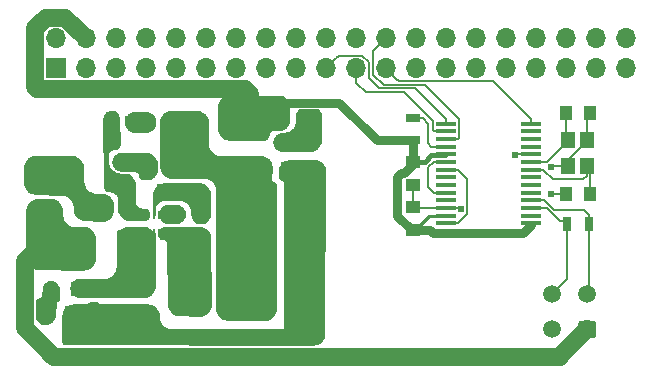
<source format=gtl>
G04 #@! TF.GenerationSoftware,KiCad,Pcbnew,(5.1.4-0-10_14)*
G04 #@! TF.CreationDate,2020-01-14T22:21:16-05:00*
G04 #@! TF.ProjectId,LCD_Screen,4c43445f-5363-4726-9565-6e2e6b696361,rev?*
G04 #@! TF.SameCoordinates,Original*
G04 #@! TF.FileFunction,Copper,L1,Top*
G04 #@! TF.FilePolarity,Positive*
%FSLAX46Y46*%
G04 Gerber Fmt 4.6, Leading zero omitted, Abs format (unit mm)*
G04 Created by KiCad (PCBNEW (5.1.4-0-10_14)) date 2020-01-14 22:21:16*
%MOMM*%
%LPD*%
G04 APERTURE LIST*
%ADD10C,0.100000*%
%ADD11C,0.875000*%
%ADD12C,1.125000*%
%ADD13R,1.200000X1.200000*%
%ADD14R,1.000000X1.600000*%
%ADD15R,1.000000X1.250000*%
%ADD16R,1.250000X1.000000*%
%ADD17R,1.981200X2.692400*%
%ADD18R,2.159000X1.778000*%
%ADD19R,3.200000X1.000000*%
%ADD20R,0.200000X0.700000*%
%ADD21R,0.700000X1.300000*%
%ADD22R,1.300000X0.700000*%
%ADD23C,1.500000*%
%ADD24R,1.750000X0.450000*%
%ADD25R,1.200000X1.400000*%
%ADD26R,1.700000X1.700000*%
%ADD27O,1.700000X1.700000*%
%ADD28C,0.609600*%
%ADD29C,0.152400*%
%ADD30C,0.381000*%
%ADD31C,0.254000*%
%ADD32C,0.700000*%
%ADD33C,1.524000*%
%ADD34C,0.762000*%
G04 APERTURE END LIST*
D10*
G36*
X212977991Y-27097753D02*
G01*
X212999226Y-27100903D01*
X213020050Y-27106119D01*
X213040262Y-27113351D01*
X213059668Y-27122530D01*
X213078081Y-27133566D01*
X213095324Y-27146354D01*
X213111230Y-27160770D01*
X213125646Y-27176676D01*
X213138434Y-27193919D01*
X213149470Y-27212332D01*
X213158649Y-27231738D01*
X213165881Y-27251950D01*
X213171097Y-27272774D01*
X213174247Y-27294009D01*
X213175300Y-27315450D01*
X213175300Y-27827950D01*
X213174247Y-27849391D01*
X213171097Y-27870626D01*
X213165881Y-27891450D01*
X213158649Y-27911662D01*
X213149470Y-27931068D01*
X213138434Y-27949481D01*
X213125646Y-27966724D01*
X213111230Y-27982630D01*
X213095324Y-27997046D01*
X213078081Y-28009834D01*
X213059668Y-28020870D01*
X213040262Y-28030049D01*
X213020050Y-28037281D01*
X212999226Y-28042497D01*
X212977991Y-28045647D01*
X212956550Y-28046700D01*
X212519050Y-28046700D01*
X212497609Y-28045647D01*
X212476374Y-28042497D01*
X212455550Y-28037281D01*
X212435338Y-28030049D01*
X212415932Y-28020870D01*
X212397519Y-28009834D01*
X212380276Y-27997046D01*
X212364370Y-27982630D01*
X212349954Y-27966724D01*
X212337166Y-27949481D01*
X212326130Y-27931068D01*
X212316951Y-27911662D01*
X212309719Y-27891450D01*
X212304503Y-27870626D01*
X212301353Y-27849391D01*
X212300300Y-27827950D01*
X212300300Y-27315450D01*
X212301353Y-27294009D01*
X212304503Y-27272774D01*
X212309719Y-27251950D01*
X212316951Y-27231738D01*
X212326130Y-27212332D01*
X212337166Y-27193919D01*
X212349954Y-27176676D01*
X212364370Y-27160770D01*
X212380276Y-27146354D01*
X212397519Y-27133566D01*
X212415932Y-27122530D01*
X212435338Y-27113351D01*
X212455550Y-27106119D01*
X212476374Y-27100903D01*
X212497609Y-27097753D01*
X212519050Y-27096700D01*
X212956550Y-27096700D01*
X212977991Y-27097753D01*
X212977991Y-27097753D01*
G37*
D11*
X212737800Y-27571700D03*
D10*
G36*
X211402991Y-27097753D02*
G01*
X211424226Y-27100903D01*
X211445050Y-27106119D01*
X211465262Y-27113351D01*
X211484668Y-27122530D01*
X211503081Y-27133566D01*
X211520324Y-27146354D01*
X211536230Y-27160770D01*
X211550646Y-27176676D01*
X211563434Y-27193919D01*
X211574470Y-27212332D01*
X211583649Y-27231738D01*
X211590881Y-27251950D01*
X211596097Y-27272774D01*
X211599247Y-27294009D01*
X211600300Y-27315450D01*
X211600300Y-27827950D01*
X211599247Y-27849391D01*
X211596097Y-27870626D01*
X211590881Y-27891450D01*
X211583649Y-27911662D01*
X211574470Y-27931068D01*
X211563434Y-27949481D01*
X211550646Y-27966724D01*
X211536230Y-27982630D01*
X211520324Y-27997046D01*
X211503081Y-28009834D01*
X211484668Y-28020870D01*
X211465262Y-28030049D01*
X211445050Y-28037281D01*
X211424226Y-28042497D01*
X211402991Y-28045647D01*
X211381550Y-28046700D01*
X210944050Y-28046700D01*
X210922609Y-28045647D01*
X210901374Y-28042497D01*
X210880550Y-28037281D01*
X210860338Y-28030049D01*
X210840932Y-28020870D01*
X210822519Y-28009834D01*
X210805276Y-27997046D01*
X210789370Y-27982630D01*
X210774954Y-27966724D01*
X210762166Y-27949481D01*
X210751130Y-27931068D01*
X210741951Y-27911662D01*
X210734719Y-27891450D01*
X210729503Y-27870626D01*
X210726353Y-27849391D01*
X210725300Y-27827950D01*
X210725300Y-27315450D01*
X210726353Y-27294009D01*
X210729503Y-27272774D01*
X210734719Y-27251950D01*
X210741951Y-27231738D01*
X210751130Y-27212332D01*
X210762166Y-27193919D01*
X210774954Y-27176676D01*
X210789370Y-27160770D01*
X210805276Y-27146354D01*
X210822519Y-27133566D01*
X210840932Y-27122530D01*
X210860338Y-27113351D01*
X210880550Y-27106119D01*
X210901374Y-27100903D01*
X210922609Y-27097753D01*
X210944050Y-27096700D01*
X211381550Y-27096700D01*
X211402991Y-27097753D01*
X211402991Y-27097753D01*
G37*
D11*
X211162800Y-27571700D03*
D10*
G36*
X208266305Y-36794904D02*
G01*
X208290573Y-36798504D01*
X208314372Y-36804465D01*
X208337471Y-36812730D01*
X208359650Y-36823220D01*
X208380693Y-36835832D01*
X208400399Y-36850447D01*
X208418577Y-36866923D01*
X208435053Y-36885101D01*
X208449668Y-36904807D01*
X208462280Y-36925850D01*
X208472770Y-36948029D01*
X208481035Y-36971128D01*
X208486996Y-36994927D01*
X208490596Y-37019195D01*
X208491800Y-37043699D01*
X208491800Y-39943701D01*
X208490596Y-39968205D01*
X208486996Y-39992473D01*
X208481035Y-40016272D01*
X208472770Y-40039371D01*
X208462280Y-40061550D01*
X208449668Y-40082593D01*
X208435053Y-40102299D01*
X208418577Y-40120477D01*
X208400399Y-40136953D01*
X208380693Y-40151568D01*
X208359650Y-40164180D01*
X208337471Y-40174670D01*
X208314372Y-40182935D01*
X208290573Y-40188896D01*
X208266305Y-40192496D01*
X208241801Y-40193700D01*
X207616799Y-40193700D01*
X207592295Y-40192496D01*
X207568027Y-40188896D01*
X207544228Y-40182935D01*
X207521129Y-40174670D01*
X207498950Y-40164180D01*
X207477907Y-40151568D01*
X207458201Y-40136953D01*
X207440023Y-40120477D01*
X207423547Y-40102299D01*
X207408932Y-40082593D01*
X207396320Y-40061550D01*
X207385830Y-40039371D01*
X207377565Y-40016272D01*
X207371604Y-39992473D01*
X207368004Y-39968205D01*
X207366800Y-39943701D01*
X207366800Y-37043699D01*
X207368004Y-37019195D01*
X207371604Y-36994927D01*
X207377565Y-36971128D01*
X207385830Y-36948029D01*
X207396320Y-36925850D01*
X207408932Y-36904807D01*
X207423547Y-36885101D01*
X207440023Y-36866923D01*
X207458201Y-36850447D01*
X207477907Y-36835832D01*
X207498950Y-36823220D01*
X207521129Y-36812730D01*
X207544228Y-36804465D01*
X207568027Y-36798504D01*
X207592295Y-36794904D01*
X207616799Y-36793700D01*
X208241801Y-36793700D01*
X208266305Y-36794904D01*
X208266305Y-36794904D01*
G37*
D12*
X207929300Y-38493700D03*
D10*
G36*
X212541305Y-36794904D02*
G01*
X212565573Y-36798504D01*
X212589372Y-36804465D01*
X212612471Y-36812730D01*
X212634650Y-36823220D01*
X212655693Y-36835832D01*
X212675399Y-36850447D01*
X212693577Y-36866923D01*
X212710053Y-36885101D01*
X212724668Y-36904807D01*
X212737280Y-36925850D01*
X212747770Y-36948029D01*
X212756035Y-36971128D01*
X212761996Y-36994927D01*
X212765596Y-37019195D01*
X212766800Y-37043699D01*
X212766800Y-39943701D01*
X212765596Y-39968205D01*
X212761996Y-39992473D01*
X212756035Y-40016272D01*
X212747770Y-40039371D01*
X212737280Y-40061550D01*
X212724668Y-40082593D01*
X212710053Y-40102299D01*
X212693577Y-40120477D01*
X212675399Y-40136953D01*
X212655693Y-40151568D01*
X212634650Y-40164180D01*
X212612471Y-40174670D01*
X212589372Y-40182935D01*
X212565573Y-40188896D01*
X212541305Y-40192496D01*
X212516801Y-40193700D01*
X211891799Y-40193700D01*
X211867295Y-40192496D01*
X211843027Y-40188896D01*
X211819228Y-40182935D01*
X211796129Y-40174670D01*
X211773950Y-40164180D01*
X211752907Y-40151568D01*
X211733201Y-40136953D01*
X211715023Y-40120477D01*
X211698547Y-40102299D01*
X211683932Y-40082593D01*
X211671320Y-40061550D01*
X211660830Y-40039371D01*
X211652565Y-40016272D01*
X211646604Y-39992473D01*
X211643004Y-39968205D01*
X211641800Y-39943701D01*
X211641800Y-37043699D01*
X211643004Y-37019195D01*
X211646604Y-36994927D01*
X211652565Y-36971128D01*
X211660830Y-36948029D01*
X211671320Y-36925850D01*
X211683932Y-36904807D01*
X211698547Y-36885101D01*
X211715023Y-36866923D01*
X211733201Y-36850447D01*
X211752907Y-36835832D01*
X211773950Y-36823220D01*
X211796129Y-36812730D01*
X211819228Y-36804465D01*
X211843027Y-36798504D01*
X211867295Y-36794904D01*
X211891799Y-36793700D01*
X212516801Y-36793700D01*
X212541305Y-36794904D01*
X212541305Y-36794904D01*
G37*
D12*
X212204300Y-38493700D03*
D10*
G36*
X222595805Y-33492904D02*
G01*
X222620073Y-33496504D01*
X222643872Y-33502465D01*
X222666971Y-33510730D01*
X222689150Y-33521220D01*
X222710193Y-33533832D01*
X222729899Y-33548447D01*
X222748077Y-33564923D01*
X222764553Y-33583101D01*
X222779168Y-33602807D01*
X222791780Y-33623850D01*
X222802270Y-33646029D01*
X222810535Y-33669128D01*
X222816496Y-33692927D01*
X222820096Y-33717195D01*
X222821300Y-33741699D01*
X222821300Y-36641701D01*
X222820096Y-36666205D01*
X222816496Y-36690473D01*
X222810535Y-36714272D01*
X222802270Y-36737371D01*
X222791780Y-36759550D01*
X222779168Y-36780593D01*
X222764553Y-36800299D01*
X222748077Y-36818477D01*
X222729899Y-36834953D01*
X222710193Y-36849568D01*
X222689150Y-36862180D01*
X222666971Y-36872670D01*
X222643872Y-36880935D01*
X222620073Y-36886896D01*
X222595805Y-36890496D01*
X222571301Y-36891700D01*
X221946299Y-36891700D01*
X221921795Y-36890496D01*
X221897527Y-36886896D01*
X221873728Y-36880935D01*
X221850629Y-36872670D01*
X221828450Y-36862180D01*
X221807407Y-36849568D01*
X221787701Y-36834953D01*
X221769523Y-36818477D01*
X221753047Y-36800299D01*
X221738432Y-36780593D01*
X221725820Y-36759550D01*
X221715330Y-36737371D01*
X221707065Y-36714272D01*
X221701104Y-36690473D01*
X221697504Y-36666205D01*
X221696300Y-36641701D01*
X221696300Y-33741699D01*
X221697504Y-33717195D01*
X221701104Y-33692927D01*
X221707065Y-33669128D01*
X221715330Y-33646029D01*
X221725820Y-33623850D01*
X221738432Y-33602807D01*
X221753047Y-33583101D01*
X221769523Y-33564923D01*
X221787701Y-33548447D01*
X221807407Y-33533832D01*
X221828450Y-33521220D01*
X221850629Y-33510730D01*
X221873728Y-33502465D01*
X221897527Y-33496504D01*
X221921795Y-33492904D01*
X221946299Y-33491700D01*
X222571301Y-33491700D01*
X222595805Y-33492904D01*
X222595805Y-33492904D01*
G37*
D12*
X222258800Y-35191700D03*
D10*
G36*
X226870805Y-33492904D02*
G01*
X226895073Y-33496504D01*
X226918872Y-33502465D01*
X226941971Y-33510730D01*
X226964150Y-33521220D01*
X226985193Y-33533832D01*
X227004899Y-33548447D01*
X227023077Y-33564923D01*
X227039553Y-33583101D01*
X227054168Y-33602807D01*
X227066780Y-33623850D01*
X227077270Y-33646029D01*
X227085535Y-33669128D01*
X227091496Y-33692927D01*
X227095096Y-33717195D01*
X227096300Y-33741699D01*
X227096300Y-36641701D01*
X227095096Y-36666205D01*
X227091496Y-36690473D01*
X227085535Y-36714272D01*
X227077270Y-36737371D01*
X227066780Y-36759550D01*
X227054168Y-36780593D01*
X227039553Y-36800299D01*
X227023077Y-36818477D01*
X227004899Y-36834953D01*
X226985193Y-36849568D01*
X226964150Y-36862180D01*
X226941971Y-36872670D01*
X226918872Y-36880935D01*
X226895073Y-36886896D01*
X226870805Y-36890496D01*
X226846301Y-36891700D01*
X226221299Y-36891700D01*
X226196795Y-36890496D01*
X226172527Y-36886896D01*
X226148728Y-36880935D01*
X226125629Y-36872670D01*
X226103450Y-36862180D01*
X226082407Y-36849568D01*
X226062701Y-36834953D01*
X226044523Y-36818477D01*
X226028047Y-36800299D01*
X226013432Y-36780593D01*
X226000820Y-36759550D01*
X225990330Y-36737371D01*
X225982065Y-36714272D01*
X225976104Y-36690473D01*
X225972504Y-36666205D01*
X225971300Y-36641701D01*
X225971300Y-33741699D01*
X225972504Y-33717195D01*
X225976104Y-33692927D01*
X225982065Y-33669128D01*
X225990330Y-33646029D01*
X226000820Y-33623850D01*
X226013432Y-33602807D01*
X226028047Y-33583101D01*
X226044523Y-33564923D01*
X226062701Y-33548447D01*
X226082407Y-33533832D01*
X226103450Y-33521220D01*
X226125629Y-33510730D01*
X226148728Y-33502465D01*
X226172527Y-33496504D01*
X226196795Y-33492904D01*
X226221299Y-33491700D01*
X226846301Y-33491700D01*
X226870805Y-33492904D01*
X226870805Y-33492904D01*
G37*
D12*
X226533800Y-35191700D03*
D13*
X226161600Y-31592700D03*
X226161600Y-29392700D03*
D14*
X226682300Y-38493700D03*
X223682300Y-38493700D03*
D15*
X224666300Y-40779700D03*
X226666300Y-40779700D03*
D16*
X213474300Y-43557700D03*
X213474300Y-41557700D03*
X211569300Y-43557700D03*
X211569300Y-41557700D03*
D10*
G36*
X217053991Y-34983753D02*
G01*
X217075226Y-34986903D01*
X217096050Y-34992119D01*
X217116262Y-34999351D01*
X217135668Y-35008530D01*
X217154081Y-35019566D01*
X217171324Y-35032354D01*
X217187230Y-35046770D01*
X217201646Y-35062676D01*
X217214434Y-35079919D01*
X217225470Y-35098332D01*
X217234649Y-35117738D01*
X217241881Y-35137950D01*
X217247097Y-35158774D01*
X217250247Y-35180009D01*
X217251300Y-35201450D01*
X217251300Y-35638950D01*
X217250247Y-35660391D01*
X217247097Y-35681626D01*
X217241881Y-35702450D01*
X217234649Y-35722662D01*
X217225470Y-35742068D01*
X217214434Y-35760481D01*
X217201646Y-35777724D01*
X217187230Y-35793630D01*
X217171324Y-35808046D01*
X217154081Y-35820834D01*
X217135668Y-35831870D01*
X217116262Y-35841049D01*
X217096050Y-35848281D01*
X217075226Y-35853497D01*
X217053991Y-35856647D01*
X217032550Y-35857700D01*
X216520050Y-35857700D01*
X216498609Y-35856647D01*
X216477374Y-35853497D01*
X216456550Y-35848281D01*
X216436338Y-35841049D01*
X216416932Y-35831870D01*
X216398519Y-35820834D01*
X216381276Y-35808046D01*
X216365370Y-35793630D01*
X216350954Y-35777724D01*
X216338166Y-35760481D01*
X216327130Y-35742068D01*
X216317951Y-35722662D01*
X216310719Y-35702450D01*
X216305503Y-35681626D01*
X216302353Y-35660391D01*
X216301300Y-35638950D01*
X216301300Y-35201450D01*
X216302353Y-35180009D01*
X216305503Y-35158774D01*
X216310719Y-35137950D01*
X216317951Y-35117738D01*
X216327130Y-35098332D01*
X216338166Y-35079919D01*
X216350954Y-35062676D01*
X216365370Y-35046770D01*
X216381276Y-35032354D01*
X216398519Y-35019566D01*
X216416932Y-35008530D01*
X216436338Y-34999351D01*
X216456550Y-34992119D01*
X216477374Y-34986903D01*
X216498609Y-34983753D01*
X216520050Y-34982700D01*
X217032550Y-34982700D01*
X217053991Y-34983753D01*
X217053991Y-34983753D01*
G37*
D11*
X216776300Y-35420200D03*
D10*
G36*
X217053991Y-36558753D02*
G01*
X217075226Y-36561903D01*
X217096050Y-36567119D01*
X217116262Y-36574351D01*
X217135668Y-36583530D01*
X217154081Y-36594566D01*
X217171324Y-36607354D01*
X217187230Y-36621770D01*
X217201646Y-36637676D01*
X217214434Y-36654919D01*
X217225470Y-36673332D01*
X217234649Y-36692738D01*
X217241881Y-36712950D01*
X217247097Y-36733774D01*
X217250247Y-36755009D01*
X217251300Y-36776450D01*
X217251300Y-37213950D01*
X217250247Y-37235391D01*
X217247097Y-37256626D01*
X217241881Y-37277450D01*
X217234649Y-37297662D01*
X217225470Y-37317068D01*
X217214434Y-37335481D01*
X217201646Y-37352724D01*
X217187230Y-37368630D01*
X217171324Y-37383046D01*
X217154081Y-37395834D01*
X217135668Y-37406870D01*
X217116262Y-37416049D01*
X217096050Y-37423281D01*
X217075226Y-37428497D01*
X217053991Y-37431647D01*
X217032550Y-37432700D01*
X216520050Y-37432700D01*
X216498609Y-37431647D01*
X216477374Y-37428497D01*
X216456550Y-37423281D01*
X216436338Y-37416049D01*
X216416932Y-37406870D01*
X216398519Y-37395834D01*
X216381276Y-37383046D01*
X216365370Y-37368630D01*
X216350954Y-37352724D01*
X216338166Y-37335481D01*
X216327130Y-37317068D01*
X216317951Y-37297662D01*
X216310719Y-37277450D01*
X216305503Y-37256626D01*
X216302353Y-37235391D01*
X216301300Y-37213950D01*
X216301300Y-36776450D01*
X216302353Y-36755009D01*
X216305503Y-36733774D01*
X216310719Y-36712950D01*
X216317951Y-36692738D01*
X216327130Y-36673332D01*
X216338166Y-36654919D01*
X216350954Y-36637676D01*
X216365370Y-36621770D01*
X216381276Y-36607354D01*
X216398519Y-36594566D01*
X216416932Y-36583530D01*
X216436338Y-36574351D01*
X216456550Y-36567119D01*
X216477374Y-36561903D01*
X216498609Y-36558753D01*
X216520050Y-36557700D01*
X217032550Y-36557700D01*
X217053991Y-36558753D01*
X217053991Y-36558753D01*
G37*
D11*
X216776300Y-36995200D03*
D17*
X221348300Y-41287700D03*
X217284300Y-41287700D03*
D18*
X205473300Y-32143700D03*
X205473300Y-36207700D03*
D10*
G36*
X214552491Y-27097753D02*
G01*
X214573726Y-27100903D01*
X214594550Y-27106119D01*
X214614762Y-27113351D01*
X214634168Y-27122530D01*
X214652581Y-27133566D01*
X214669824Y-27146354D01*
X214685730Y-27160770D01*
X214700146Y-27176676D01*
X214712934Y-27193919D01*
X214723970Y-27212332D01*
X214733149Y-27231738D01*
X214740381Y-27251950D01*
X214745597Y-27272774D01*
X214748747Y-27294009D01*
X214749800Y-27315450D01*
X214749800Y-27827950D01*
X214748747Y-27849391D01*
X214745597Y-27870626D01*
X214740381Y-27891450D01*
X214733149Y-27911662D01*
X214723970Y-27931068D01*
X214712934Y-27949481D01*
X214700146Y-27966724D01*
X214685730Y-27982630D01*
X214669824Y-27997046D01*
X214652581Y-28009834D01*
X214634168Y-28020870D01*
X214614762Y-28030049D01*
X214594550Y-28037281D01*
X214573726Y-28042497D01*
X214552491Y-28045647D01*
X214531050Y-28046700D01*
X214093550Y-28046700D01*
X214072109Y-28045647D01*
X214050874Y-28042497D01*
X214030050Y-28037281D01*
X214009838Y-28030049D01*
X213990432Y-28020870D01*
X213972019Y-28009834D01*
X213954776Y-27997046D01*
X213938870Y-27982630D01*
X213924454Y-27966724D01*
X213911666Y-27949481D01*
X213900630Y-27931068D01*
X213891451Y-27911662D01*
X213884219Y-27891450D01*
X213879003Y-27870626D01*
X213875853Y-27849391D01*
X213874800Y-27827950D01*
X213874800Y-27315450D01*
X213875853Y-27294009D01*
X213879003Y-27272774D01*
X213884219Y-27251950D01*
X213891451Y-27231738D01*
X213900630Y-27212332D01*
X213911666Y-27193919D01*
X213924454Y-27176676D01*
X213938870Y-27160770D01*
X213954776Y-27146354D01*
X213972019Y-27133566D01*
X213990432Y-27122530D01*
X214009838Y-27113351D01*
X214030050Y-27106119D01*
X214050874Y-27100903D01*
X214072109Y-27097753D01*
X214093550Y-27096700D01*
X214531050Y-27096700D01*
X214552491Y-27097753D01*
X214552491Y-27097753D01*
G37*
D11*
X214312300Y-27571700D03*
D10*
G36*
X216127491Y-27097753D02*
G01*
X216148726Y-27100903D01*
X216169550Y-27106119D01*
X216189762Y-27113351D01*
X216209168Y-27122530D01*
X216227581Y-27133566D01*
X216244824Y-27146354D01*
X216260730Y-27160770D01*
X216275146Y-27176676D01*
X216287934Y-27193919D01*
X216298970Y-27212332D01*
X216308149Y-27231738D01*
X216315381Y-27251950D01*
X216320597Y-27272774D01*
X216323747Y-27294009D01*
X216324800Y-27315450D01*
X216324800Y-27827950D01*
X216323747Y-27849391D01*
X216320597Y-27870626D01*
X216315381Y-27891450D01*
X216308149Y-27911662D01*
X216298970Y-27931068D01*
X216287934Y-27949481D01*
X216275146Y-27966724D01*
X216260730Y-27982630D01*
X216244824Y-27997046D01*
X216227581Y-28009834D01*
X216209168Y-28020870D01*
X216189762Y-28030049D01*
X216169550Y-28037281D01*
X216148726Y-28042497D01*
X216127491Y-28045647D01*
X216106050Y-28046700D01*
X215668550Y-28046700D01*
X215647109Y-28045647D01*
X215625874Y-28042497D01*
X215605050Y-28037281D01*
X215584838Y-28030049D01*
X215565432Y-28020870D01*
X215547019Y-28009834D01*
X215529776Y-27997046D01*
X215513870Y-27982630D01*
X215499454Y-27966724D01*
X215486666Y-27949481D01*
X215475630Y-27931068D01*
X215466451Y-27911662D01*
X215459219Y-27891450D01*
X215454003Y-27870626D01*
X215450853Y-27849391D01*
X215449800Y-27827950D01*
X215449800Y-27315450D01*
X215450853Y-27294009D01*
X215454003Y-27272774D01*
X215459219Y-27251950D01*
X215466451Y-27231738D01*
X215475630Y-27212332D01*
X215486666Y-27193919D01*
X215499454Y-27176676D01*
X215513870Y-27160770D01*
X215529776Y-27146354D01*
X215547019Y-27133566D01*
X215565432Y-27122530D01*
X215584838Y-27113351D01*
X215605050Y-27106119D01*
X215625874Y-27100903D01*
X215647109Y-27097753D01*
X215668550Y-27096700D01*
X216106050Y-27096700D01*
X216127491Y-27097753D01*
X216127491Y-27097753D01*
G37*
D11*
X215887300Y-27571700D03*
D19*
X222872300Y-25995700D03*
X222872300Y-32195700D03*
D20*
X215244300Y-35533900D03*
X214244300Y-35533900D03*
X215244300Y-37033900D03*
X214744300Y-35533900D03*
X214244300Y-37033900D03*
X214744300Y-37033900D03*
D13*
X205643300Y-43827700D03*
X207843300Y-43827700D03*
D21*
X227632300Y-27317700D03*
X225732300Y-27317700D03*
D10*
G36*
X209941991Y-41333753D02*
G01*
X209963226Y-41336903D01*
X209984050Y-41342119D01*
X210004262Y-41349351D01*
X210023668Y-41358530D01*
X210042081Y-41369566D01*
X210059324Y-41382354D01*
X210075230Y-41396770D01*
X210089646Y-41412676D01*
X210102434Y-41429919D01*
X210113470Y-41448332D01*
X210122649Y-41467738D01*
X210129881Y-41487950D01*
X210135097Y-41508774D01*
X210138247Y-41530009D01*
X210139300Y-41551450D01*
X210139300Y-41988950D01*
X210138247Y-42010391D01*
X210135097Y-42031626D01*
X210129881Y-42052450D01*
X210122649Y-42072662D01*
X210113470Y-42092068D01*
X210102434Y-42110481D01*
X210089646Y-42127724D01*
X210075230Y-42143630D01*
X210059324Y-42158046D01*
X210042081Y-42170834D01*
X210023668Y-42181870D01*
X210004262Y-42191049D01*
X209984050Y-42198281D01*
X209963226Y-42203497D01*
X209941991Y-42206647D01*
X209920550Y-42207700D01*
X209408050Y-42207700D01*
X209386609Y-42206647D01*
X209365374Y-42203497D01*
X209344550Y-42198281D01*
X209324338Y-42191049D01*
X209304932Y-42181870D01*
X209286519Y-42170834D01*
X209269276Y-42158046D01*
X209253370Y-42143630D01*
X209238954Y-42127724D01*
X209226166Y-42110481D01*
X209215130Y-42092068D01*
X209205951Y-42072662D01*
X209198719Y-42052450D01*
X209193503Y-42031626D01*
X209190353Y-42010391D01*
X209189300Y-41988950D01*
X209189300Y-41551450D01*
X209190353Y-41530009D01*
X209193503Y-41508774D01*
X209198719Y-41487950D01*
X209205951Y-41467738D01*
X209215130Y-41448332D01*
X209226166Y-41429919D01*
X209238954Y-41412676D01*
X209253370Y-41396770D01*
X209269276Y-41382354D01*
X209286519Y-41369566D01*
X209304932Y-41358530D01*
X209324338Y-41349351D01*
X209344550Y-41342119D01*
X209365374Y-41336903D01*
X209386609Y-41333753D01*
X209408050Y-41332700D01*
X209920550Y-41332700D01*
X209941991Y-41333753D01*
X209941991Y-41333753D01*
G37*
D11*
X209664300Y-41770200D03*
D10*
G36*
X209941991Y-42908753D02*
G01*
X209963226Y-42911903D01*
X209984050Y-42917119D01*
X210004262Y-42924351D01*
X210023668Y-42933530D01*
X210042081Y-42944566D01*
X210059324Y-42957354D01*
X210075230Y-42971770D01*
X210089646Y-42987676D01*
X210102434Y-43004919D01*
X210113470Y-43023332D01*
X210122649Y-43042738D01*
X210129881Y-43062950D01*
X210135097Y-43083774D01*
X210138247Y-43105009D01*
X210139300Y-43126450D01*
X210139300Y-43563950D01*
X210138247Y-43585391D01*
X210135097Y-43606626D01*
X210129881Y-43627450D01*
X210122649Y-43647662D01*
X210113470Y-43667068D01*
X210102434Y-43685481D01*
X210089646Y-43702724D01*
X210075230Y-43718630D01*
X210059324Y-43733046D01*
X210042081Y-43745834D01*
X210023668Y-43756870D01*
X210004262Y-43766049D01*
X209984050Y-43773281D01*
X209963226Y-43778497D01*
X209941991Y-43781647D01*
X209920550Y-43782700D01*
X209408050Y-43782700D01*
X209386609Y-43781647D01*
X209365374Y-43778497D01*
X209344550Y-43773281D01*
X209324338Y-43766049D01*
X209304932Y-43756870D01*
X209286519Y-43745834D01*
X209269276Y-43733046D01*
X209253370Y-43718630D01*
X209238954Y-43702724D01*
X209226166Y-43685481D01*
X209215130Y-43667068D01*
X209205951Y-43647662D01*
X209198719Y-43627450D01*
X209193503Y-43606626D01*
X209190353Y-43585391D01*
X209189300Y-43563950D01*
X209189300Y-43126450D01*
X209190353Y-43105009D01*
X209193503Y-43083774D01*
X209198719Y-43062950D01*
X209205951Y-43042738D01*
X209215130Y-43023332D01*
X209226166Y-43004919D01*
X209238954Y-42987676D01*
X209253370Y-42971770D01*
X209269276Y-42957354D01*
X209286519Y-42944566D01*
X209304932Y-42933530D01*
X209324338Y-42924351D01*
X209344550Y-42917119D01*
X209365374Y-42911903D01*
X209386609Y-42908753D01*
X209408050Y-42907700D01*
X209920550Y-42907700D01*
X209941991Y-42908753D01*
X209941991Y-42908753D01*
G37*
D11*
X209664300Y-43345200D03*
D21*
X206174300Y-41795700D03*
X208074300Y-41795700D03*
D22*
X212344000Y-32877800D03*
X212344000Y-30977800D03*
D21*
X216202300Y-31381700D03*
X214302300Y-31381700D03*
X210492300Y-34683700D03*
X212392300Y-34683700D03*
D15*
X251698000Y-33782000D03*
X249698000Y-33782000D03*
D10*
G36*
X251984504Y-44463204D02*
G01*
X252008773Y-44466804D01*
X252032571Y-44472765D01*
X252055671Y-44481030D01*
X252077849Y-44491520D01*
X252098893Y-44504133D01*
X252118598Y-44518747D01*
X252136777Y-44535223D01*
X252153253Y-44553402D01*
X252167867Y-44573107D01*
X252180480Y-44594151D01*
X252190970Y-44616329D01*
X252199235Y-44639429D01*
X252205196Y-44663227D01*
X252208796Y-44687496D01*
X252210000Y-44712000D01*
X252210000Y-45712000D01*
X252208796Y-45736504D01*
X252205196Y-45760773D01*
X252199235Y-45784571D01*
X252190970Y-45807671D01*
X252180480Y-45829849D01*
X252167867Y-45850893D01*
X252153253Y-45870598D01*
X252136777Y-45888777D01*
X252118598Y-45905253D01*
X252098893Y-45919867D01*
X252077849Y-45932480D01*
X252055671Y-45942970D01*
X252032571Y-45951235D01*
X252008773Y-45957196D01*
X251984504Y-45960796D01*
X251960000Y-45962000D01*
X250960000Y-45962000D01*
X250935496Y-45960796D01*
X250911227Y-45957196D01*
X250887429Y-45951235D01*
X250864329Y-45942970D01*
X250842151Y-45932480D01*
X250821107Y-45919867D01*
X250801402Y-45905253D01*
X250783223Y-45888777D01*
X250766747Y-45870598D01*
X250752133Y-45850893D01*
X250739520Y-45829849D01*
X250729030Y-45807671D01*
X250720765Y-45784571D01*
X250714804Y-45760773D01*
X250711204Y-45736504D01*
X250710000Y-45712000D01*
X250710000Y-44712000D01*
X250711204Y-44687496D01*
X250714804Y-44663227D01*
X250720765Y-44639429D01*
X250729030Y-44616329D01*
X250739520Y-44594151D01*
X250752133Y-44573107D01*
X250766747Y-44553402D01*
X250783223Y-44535223D01*
X250801402Y-44518747D01*
X250821107Y-44504133D01*
X250842151Y-44491520D01*
X250864329Y-44481030D01*
X250887429Y-44472765D01*
X250911227Y-44466804D01*
X250935496Y-44463204D01*
X250960000Y-44462000D01*
X251960000Y-44462000D01*
X251984504Y-44463204D01*
X251984504Y-44463204D01*
G37*
D23*
X251460000Y-45212000D03*
X248460000Y-45212000D03*
X251460000Y-42212000D03*
X248460000Y-42212000D03*
D24*
X246678000Y-36229000D03*
X246678000Y-35579000D03*
X246678000Y-34929000D03*
X246678000Y-34279000D03*
X246678000Y-33629000D03*
X246678000Y-32979000D03*
X246678000Y-32329000D03*
X246678000Y-31679000D03*
X246678000Y-31029000D03*
X246678000Y-30379000D03*
X246678000Y-29729000D03*
X246678000Y-29079000D03*
X246678000Y-28429000D03*
X246678000Y-27779000D03*
X239478000Y-27779000D03*
X239478000Y-28429000D03*
X239478000Y-29079000D03*
X239478000Y-29729000D03*
X239478000Y-30379000D03*
X239478000Y-31029000D03*
X239478000Y-31679000D03*
X239478000Y-32329000D03*
X239478000Y-32979000D03*
X239478000Y-33629000D03*
X239478000Y-34279000D03*
X239478000Y-34929000D03*
X239478000Y-35579000D03*
X239478000Y-36229000D03*
D15*
X251682000Y-26924000D03*
X249682000Y-26924000D03*
D16*
X236728000Y-36830000D03*
X236728000Y-34830000D03*
X236728000Y-33004000D03*
X236728000Y-31004000D03*
D21*
X251648000Y-36322000D03*
X249748000Y-36322000D03*
D22*
X236728000Y-29210000D03*
X236728000Y-27310000D03*
D25*
X249809000Y-29169000D03*
X249809000Y-31369000D03*
X251409000Y-31369000D03*
X251409000Y-29169000D03*
D26*
X206502000Y-23114000D03*
D27*
X206502000Y-20574000D03*
X209042000Y-23114000D03*
X209042000Y-20574000D03*
X211582000Y-23114000D03*
X211582000Y-20574000D03*
X214122000Y-23114000D03*
X214122000Y-20574000D03*
X216662000Y-23114000D03*
X216662000Y-20574000D03*
X219202000Y-23114000D03*
X219202000Y-20574000D03*
X221742000Y-23114000D03*
X221742000Y-20574000D03*
X224282000Y-23114000D03*
X224282000Y-20574000D03*
X226822000Y-23114000D03*
X226822000Y-20574000D03*
X229362000Y-23114000D03*
X229362000Y-20574000D03*
X231902000Y-23114000D03*
X231902000Y-20574000D03*
X234442000Y-23114000D03*
X234442000Y-20574000D03*
X236982000Y-23114000D03*
X236982000Y-20574000D03*
X239522000Y-23114000D03*
X239522000Y-20574000D03*
X242062000Y-23114000D03*
X242062000Y-20574000D03*
X244602000Y-23114000D03*
X244602000Y-20574000D03*
X247142000Y-23114000D03*
X247142000Y-20574000D03*
X249682000Y-23114000D03*
X249682000Y-20574000D03*
X252222000Y-23114000D03*
X252222000Y-20574000D03*
X254762000Y-23114000D03*
X254762000Y-20574000D03*
D28*
X228473000Y-38735000D03*
X228460300Y-39763700D03*
X228473000Y-40741600D03*
X228460300Y-41770300D03*
X228523800Y-42964100D03*
X222123000Y-45872400D03*
X224002600Y-45885100D03*
X227355400Y-43624500D03*
X218808300Y-33159700D03*
X218808300Y-34048700D03*
X218808300Y-35826700D03*
X217919300Y-33159700D03*
X217030300Y-33159700D03*
X216141300Y-33159700D03*
X217017600Y-45986700D03*
X218655900Y-46050200D03*
X220446600Y-45999400D03*
X228015800Y-45212000D03*
X225577400Y-45885100D03*
X209384900Y-45935900D03*
X210858100Y-45910500D03*
X212280500Y-45859700D03*
X213804500Y-45885100D03*
X228434900Y-44132500D03*
X227330000Y-46037500D03*
X215252300Y-33159700D03*
X227368100Y-42379900D03*
X207860900Y-45885100D03*
X228460300Y-33413700D03*
X228460300Y-34429700D03*
X228460300Y-35445700D03*
X228434900Y-36664900D03*
X228460300Y-37668200D03*
X215315800Y-45935900D03*
X218808300Y-34937700D03*
X208191100Y-33032700D03*
X208203800Y-32131000D03*
X208241900Y-31178500D03*
X248412000Y-31496000D03*
X248412000Y-33782000D03*
X245364000Y-30480000D03*
X240792000Y-35052000D03*
D29*
X216268300Y-33159700D02*
X216141300Y-33159700D01*
X217157300Y-33159700D02*
X217030300Y-33159700D01*
D30*
X210492300Y-34683700D02*
X210492300Y-34383700D01*
D31*
X214744300Y-33667700D02*
X215252300Y-33159700D01*
X214744300Y-35533900D02*
X214744300Y-33667700D01*
D29*
X239224000Y-34929000D02*
X236827000Y-34929000D01*
X249809000Y-30869000D02*
X251409000Y-29269000D01*
X249809000Y-31369000D02*
X249809000Y-30869000D01*
X251409000Y-27197000D02*
X251682000Y-26924000D01*
X251409000Y-29169000D02*
X251409000Y-27197000D01*
X248539000Y-31369000D02*
X248412000Y-31496000D01*
X249809000Y-31369000D02*
X248539000Y-31369000D01*
X249698000Y-33782000D02*
X248412000Y-33782000D01*
X236728000Y-33656400D02*
X236728000Y-34830000D01*
X236728000Y-33004000D02*
X236728000Y-33656400D01*
X245465000Y-30379000D02*
X245364000Y-30480000D01*
X246678000Y-30379000D02*
X245465000Y-30379000D01*
X240669000Y-34929000D02*
X240792000Y-35052000D01*
X239478000Y-34929000D02*
X240669000Y-34929000D01*
D30*
X205473300Y-36207700D02*
X205473300Y-37477700D01*
D32*
X205473300Y-36207700D02*
X205473300Y-37796700D01*
X203822300Y-39447700D02*
X203822300Y-44111022D01*
X203822300Y-44288822D02*
X203822300Y-45097700D01*
D33*
X204820000Y-38450000D02*
X205473300Y-37796700D01*
D32*
X204820000Y-38450000D02*
X203822300Y-39447700D01*
D33*
X205473300Y-37796700D02*
X203822300Y-39447700D01*
X203822300Y-39447700D02*
X203822300Y-45097700D01*
X249174000Y-47498000D02*
X251460000Y-45212000D01*
X249174000Y-47548030D02*
X249174000Y-47498000D01*
X206298030Y-47548030D02*
X249174000Y-47548030D01*
X203822300Y-45097700D02*
X203898500Y-45097700D01*
X203898500Y-45097700D02*
X206019400Y-47218600D01*
X206019400Y-47269400D02*
X206298030Y-47548030D01*
X206019400Y-47218600D02*
X206019400Y-47269400D01*
D31*
X238104000Y-35579000D02*
X238349000Y-35579000D01*
X236728000Y-36830000D02*
X236853000Y-36830000D01*
X238349000Y-35579000D02*
X239478000Y-35579000D01*
X236853000Y-36830000D02*
X238104000Y-35579000D01*
X246678000Y-36708000D02*
X246678000Y-36229000D01*
X246556000Y-36830000D02*
X246678000Y-36708000D01*
X236728000Y-36830000D02*
X246556000Y-36830000D01*
D30*
X235697000Y-29210000D02*
X236728000Y-29210000D01*
X237734000Y-31004000D02*
X238276901Y-30461099D01*
X236728000Y-31004000D02*
X237734000Y-31004000D01*
X239395901Y-30461099D02*
X239478000Y-30379000D01*
X238276901Y-30461099D02*
X239395901Y-30461099D01*
X224369700Y-25995700D02*
X225131700Y-25995700D01*
X222872300Y-25995700D02*
X224369700Y-25995700D01*
D33*
X209042000Y-20574000D02*
X207277599Y-18809599D01*
X207277599Y-18809599D02*
X205655087Y-18809599D01*
X205655087Y-18809599D02*
X204737599Y-19727087D01*
X204737599Y-19727087D02*
X204737599Y-24695521D01*
X204920479Y-24878401D02*
X222490401Y-24878401D01*
X204737599Y-24695521D02*
X204920479Y-24878401D01*
X222490401Y-24878401D02*
X222872300Y-25260300D01*
D34*
X230478206Y-25995700D02*
X233692506Y-29210000D01*
X222872300Y-25995700D02*
X230478206Y-25995700D01*
X233692506Y-29210000D02*
X236728000Y-29210000D01*
X236728000Y-29210000D02*
X236728000Y-31004000D01*
X236603000Y-36830000D02*
X236728000Y-36830000D01*
X235341000Y-35568000D02*
X236603000Y-36830000D01*
X235341000Y-32305878D02*
X235341000Y-35568000D01*
X235676279Y-31970599D02*
X235341000Y-32305878D01*
X235968599Y-31970599D02*
X235676279Y-31970599D01*
X236728000Y-31211198D02*
X235968599Y-31970599D01*
X236728000Y-31004000D02*
X236728000Y-31211198D01*
X236728000Y-36830000D02*
X238115000Y-36830000D01*
X246678000Y-36405000D02*
X246678000Y-36337401D01*
X238115000Y-36830000D02*
X238369000Y-37084000D01*
X238369000Y-37084000D02*
X245999000Y-37084000D01*
X245999000Y-37084000D02*
X246678000Y-36405000D01*
D29*
X246787000Y-31788000D02*
X246678000Y-31679000D01*
X251698000Y-31658000D02*
X251409000Y-31369000D01*
X251698000Y-33782000D02*
X251698000Y-31658000D01*
X251409000Y-32221400D02*
X251118400Y-32512000D01*
X251409000Y-31369000D02*
X251409000Y-32221400D01*
X247705400Y-31679000D02*
X246678000Y-31679000D01*
X248538400Y-32512000D02*
X247705400Y-31679000D01*
X251118400Y-32512000D02*
X248538400Y-32512000D01*
X249682000Y-29042000D02*
X249809000Y-29169000D01*
X249682000Y-26924000D02*
X249682000Y-29042000D01*
X249809000Y-29269000D02*
X249809000Y-29169000D01*
X248049000Y-31029000D02*
X249809000Y-29269000D01*
X246678000Y-31029000D02*
X248049000Y-31029000D01*
X235291999Y-23963999D02*
X234442000Y-23114000D01*
X235520601Y-24192601D02*
X235291999Y-23963999D01*
X243469001Y-24192601D02*
X235520601Y-24192601D01*
X246678000Y-27401600D02*
X243469001Y-24192601D01*
X246678000Y-27779000D02*
X246678000Y-27401600D01*
X230440601Y-22035399D02*
X230211999Y-22264001D01*
X232419729Y-22035399D02*
X230440601Y-22035399D01*
X232980601Y-22596271D02*
X232419729Y-22035399D01*
X233844220Y-24802220D02*
X232980601Y-23938601D01*
X236878620Y-24802220D02*
X233844220Y-24802220D01*
X232980601Y-23938601D02*
X232980601Y-22596271D01*
X239478000Y-27401600D02*
X236878620Y-24802220D01*
X230211999Y-22264001D02*
X229362000Y-23114000D01*
X239478000Y-27779000D02*
X239478000Y-27401600D01*
X238374399Y-28352799D02*
X238450600Y-28429000D01*
X238374399Y-27544917D02*
X238374399Y-28352799D01*
X235936512Y-25107030D02*
X238374399Y-27544917D01*
X232692949Y-25107030D02*
X235936512Y-25107030D01*
X238450600Y-28429000D02*
X239478000Y-28429000D01*
X231902000Y-24316081D02*
X232692949Y-25107030D01*
X231902000Y-23114000D02*
X231902000Y-24316081D01*
X240505400Y-29079000D02*
X239478000Y-29079000D01*
X240581601Y-29002799D02*
X240505400Y-29079000D01*
X240581601Y-27371119D02*
X240581601Y-29002799D01*
X237707892Y-24497410D02*
X240581601Y-27371119D01*
X234229080Y-24497410D02*
X237707892Y-24497410D01*
X233363399Y-21652601D02*
X233363399Y-23631729D01*
X233363399Y-23631729D02*
X234229080Y-24497410D01*
X234442000Y-20574000D02*
X233363399Y-21652601D01*
X237530400Y-27310000D02*
X237998000Y-27777600D01*
X236728000Y-27310000D02*
X237530400Y-27310000D01*
X238450600Y-29729000D02*
X239478000Y-29729000D01*
X238263000Y-29729000D02*
X238450600Y-29729000D01*
X237998000Y-29464000D02*
X238263000Y-29729000D01*
X237998000Y-27777600D02*
X237998000Y-29464000D01*
X238450600Y-31029000D02*
X237998000Y-31481600D01*
X239478000Y-31029000D02*
X238450600Y-31029000D01*
X238450600Y-33629000D02*
X239478000Y-33629000D01*
X237998000Y-33176400D02*
X238450600Y-33629000D01*
X237998000Y-31481600D02*
X237998000Y-33176400D01*
X241325401Y-35408999D02*
X240505400Y-36229000D01*
X240505400Y-36229000D02*
X239478000Y-36229000D01*
X241325401Y-32499001D02*
X241325401Y-35408999D01*
X240505400Y-31679000D02*
X241325401Y-32499001D01*
X239478000Y-31679000D02*
X240505400Y-31679000D01*
X247705400Y-34929000D02*
X246678000Y-34929000D01*
X248040600Y-34929000D02*
X247705400Y-34929000D01*
X249179600Y-36068000D02*
X248040600Y-34929000D01*
X249682000Y-36068000D02*
X249179600Y-36068000D01*
X249748000Y-40924000D02*
X248460000Y-42212000D01*
X249748000Y-36322000D02*
X249748000Y-40924000D01*
X251648000Y-35519600D02*
X251206000Y-35077600D01*
X251648000Y-36322000D02*
X251648000Y-35519600D01*
X247821666Y-34279000D02*
X247705400Y-34279000D01*
X247705400Y-34279000D02*
X246678000Y-34279000D01*
X248620266Y-35077600D02*
X247821666Y-34279000D01*
X251206000Y-35077600D02*
X248620266Y-35077600D01*
X251648000Y-42024000D02*
X251460000Y-42212000D01*
X251648000Y-36322000D02*
X251648000Y-42024000D01*
D30*
X209638800Y-41795700D02*
X209664300Y-41770200D01*
X208074300Y-41795700D02*
X209638800Y-41795700D01*
X211356800Y-41770200D02*
X211569300Y-41557700D01*
X209664300Y-41770200D02*
X211356800Y-41770200D01*
X211569300Y-41557700D02*
X213474300Y-41557700D01*
X213474300Y-41557700D02*
X212868000Y-41557700D01*
X211569300Y-41557700D02*
X211705700Y-41557700D01*
X212204300Y-41059100D02*
X212204300Y-38493700D01*
X211705700Y-41557700D02*
X212204300Y-41059100D01*
D31*
X213034500Y-38493700D02*
X212866800Y-38493700D01*
X214244300Y-37283900D02*
X213034500Y-38493700D01*
X214244300Y-37033900D02*
X214244300Y-37283900D01*
X212866800Y-38493700D02*
X212204300Y-38493700D01*
X213034500Y-38493700D02*
X214198200Y-38493700D01*
X214744300Y-37947600D02*
X214744300Y-37033900D01*
X214198200Y-38493700D02*
X214744300Y-37947600D01*
D29*
X216738800Y-36957700D02*
X216776300Y-36995200D01*
D31*
X216737600Y-37033900D02*
X216776300Y-36995200D01*
X215244300Y-37033900D02*
X216737600Y-37033900D01*
D29*
X216738800Y-35457700D02*
X216776300Y-35420200D01*
D31*
X216662600Y-35533900D02*
X216776300Y-35420200D01*
X215244300Y-35533900D02*
X216662600Y-35533900D01*
X214244300Y-35352100D02*
X214244300Y-35533900D01*
X213969600Y-35077400D02*
X214244300Y-35352100D01*
X212786000Y-35077400D02*
X213969600Y-35077400D01*
X212392300Y-34683700D02*
X212786000Y-35077400D01*
G36*
X214070676Y-36644083D02*
G01*
X214233933Y-36693465D01*
X214384452Y-36773663D01*
X214516500Y-36881622D01*
X214625013Y-37013203D01*
X214705853Y-37163389D01*
X214755925Y-37326424D01*
X214773955Y-37502315D01*
X214790825Y-41475060D01*
X214774181Y-41651650D01*
X214725187Y-41815582D01*
X214645138Y-41966801D01*
X214537113Y-42099487D01*
X214405272Y-42208534D01*
X214254675Y-42289754D01*
X214091132Y-42340016D01*
X213914668Y-42358028D01*
X208470882Y-42377095D01*
X208314483Y-42360169D01*
X208172423Y-42311443D01*
X208044624Y-42232556D01*
X207937393Y-42127396D01*
X207856031Y-42001165D01*
X207804541Y-41860074D01*
X207785489Y-41711224D01*
X207799858Y-41563722D01*
X207846908Y-41423317D01*
X207924249Y-41297043D01*
X208027948Y-41191329D01*
X208152709Y-41111572D01*
X208292183Y-41061830D01*
X208446450Y-41043799D01*
X210571683Y-41036898D01*
X210584012Y-41036258D01*
X210777228Y-41016775D01*
X210801411Y-41011930D01*
X210987219Y-40955469D01*
X211010009Y-40946041D01*
X211181400Y-40854732D01*
X211201938Y-40841077D01*
X211352449Y-40718364D01*
X211369960Y-40700997D01*
X211493916Y-40551506D01*
X211507741Y-40531082D01*
X211600465Y-40360453D01*
X211610081Y-40337742D01*
X211668079Y-40152409D01*
X211673124Y-40128268D01*
X211694207Y-39935219D01*
X211694950Y-39922895D01*
X211722926Y-37495930D01*
X211742068Y-37320983D01*
X211792868Y-37158992D01*
X211874079Y-37009912D01*
X211982630Y-36879378D01*
X212114402Y-36772342D01*
X212264410Y-36692855D01*
X212426980Y-36643923D01*
X212602128Y-36626800D01*
X213894713Y-36626800D01*
X214070676Y-36644083D01*
X214070676Y-36644083D01*
G37*
X214070676Y-36644083D02*
X214233933Y-36693465D01*
X214384452Y-36773663D01*
X214516500Y-36881622D01*
X214625013Y-37013203D01*
X214705853Y-37163389D01*
X214755925Y-37326424D01*
X214773955Y-37502315D01*
X214790825Y-41475060D01*
X214774181Y-41651650D01*
X214725187Y-41815582D01*
X214645138Y-41966801D01*
X214537113Y-42099487D01*
X214405272Y-42208534D01*
X214254675Y-42289754D01*
X214091132Y-42340016D01*
X213914668Y-42358028D01*
X208470882Y-42377095D01*
X208314483Y-42360169D01*
X208172423Y-42311443D01*
X208044624Y-42232556D01*
X207937393Y-42127396D01*
X207856031Y-42001165D01*
X207804541Y-41860074D01*
X207785489Y-41711224D01*
X207799858Y-41563722D01*
X207846908Y-41423317D01*
X207924249Y-41297043D01*
X208027948Y-41191329D01*
X208152709Y-41111572D01*
X208292183Y-41061830D01*
X208446450Y-41043799D01*
X210571683Y-41036898D01*
X210584012Y-41036258D01*
X210777228Y-41016775D01*
X210801411Y-41011930D01*
X210987219Y-40955469D01*
X211010009Y-40946041D01*
X211181400Y-40854732D01*
X211201938Y-40841077D01*
X211352449Y-40718364D01*
X211369960Y-40700997D01*
X211493916Y-40551506D01*
X211507741Y-40531082D01*
X211600465Y-40360453D01*
X211610081Y-40337742D01*
X211668079Y-40152409D01*
X211673124Y-40128268D01*
X211694207Y-39935219D01*
X211694950Y-39922895D01*
X211722926Y-37495930D01*
X211742068Y-37320983D01*
X211792868Y-37158992D01*
X211874079Y-37009912D01*
X211982630Y-36879378D01*
X212114402Y-36772342D01*
X212264410Y-36692855D01*
X212426980Y-36643923D01*
X212602128Y-36626800D01*
X213894713Y-36626800D01*
X214070676Y-36644083D01*
G36*
X207970505Y-30649155D02*
G01*
X208131461Y-30697044D01*
X208280268Y-30774891D01*
X208411401Y-30879805D01*
X208519997Y-31007894D01*
X208602045Y-31154428D01*
X208654493Y-31313956D01*
X208676171Y-31486692D01*
X208711016Y-32711247D01*
X208712118Y-32724713D01*
X208740688Y-32935245D01*
X208747137Y-32961446D01*
X208819539Y-33161190D01*
X208831376Y-33185436D01*
X208944341Y-33365377D01*
X208961035Y-33386577D01*
X209109465Y-33538591D01*
X209130259Y-33555785D01*
X209307453Y-33673012D01*
X209331411Y-33685425D01*
X209529371Y-33762571D01*
X209555410Y-33769642D01*
X209765200Y-33803227D01*
X209778636Y-33804650D01*
X210384346Y-33836363D01*
X210570122Y-33865673D01*
X210739598Y-33930401D01*
X210892021Y-34028786D01*
X211020799Y-34156571D01*
X211120356Y-34308226D01*
X211186393Y-34477198D01*
X211217139Y-34662749D01*
X211236796Y-34989768D01*
X211228602Y-35176959D01*
X211183663Y-35352011D01*
X211103615Y-35514043D01*
X210991890Y-35656109D01*
X210853295Y-35772096D01*
X210693767Y-35857036D01*
X210520162Y-35907280D01*
X210333313Y-35921162D01*
X208930246Y-35879590D01*
X208740274Y-35853625D01*
X208566423Y-35790505D01*
X208409794Y-35692155D01*
X208277419Y-35562990D01*
X208175251Y-35408816D01*
X208107886Y-35236572D01*
X208077268Y-35047298D01*
X208062538Y-34775627D01*
X208061105Y-34762286D01*
X208027515Y-34553965D01*
X208020481Y-34528106D01*
X207943925Y-34331471D01*
X207931622Y-34307664D01*
X207815511Y-34131470D01*
X207798486Y-34110774D01*
X207647987Y-33962868D01*
X207626999Y-33946205D01*
X207448815Y-33833171D01*
X207424798Y-33821284D01*
X207226863Y-33748155D01*
X207200884Y-33741571D01*
X206992011Y-33711605D01*
X206978648Y-33710404D01*
X204712451Y-33626985D01*
X204541696Y-33604283D01*
X204384114Y-33551549D01*
X204239384Y-33469888D01*
X204112769Y-33362273D01*
X204008855Y-33232601D01*
X203931411Y-33085577D01*
X203883249Y-32926536D01*
X203865489Y-32755195D01*
X203855714Y-31518569D01*
X203871862Y-31341132D01*
X203920698Y-31176340D01*
X204000895Y-31024319D01*
X204109337Y-30890979D01*
X204241819Y-30781484D01*
X204393198Y-30700089D01*
X204557602Y-30649951D01*
X204734904Y-30632400D01*
X207797230Y-30632400D01*
X207970505Y-30649155D01*
X207970505Y-30649155D01*
G37*
X207970505Y-30649155D02*
X208131461Y-30697044D01*
X208280268Y-30774891D01*
X208411401Y-30879805D01*
X208519997Y-31007894D01*
X208602045Y-31154428D01*
X208654493Y-31313956D01*
X208676171Y-31486692D01*
X208711016Y-32711247D01*
X208712118Y-32724713D01*
X208740688Y-32935245D01*
X208747137Y-32961446D01*
X208819539Y-33161190D01*
X208831376Y-33185436D01*
X208944341Y-33365377D01*
X208961035Y-33386577D01*
X209109465Y-33538591D01*
X209130259Y-33555785D01*
X209307453Y-33673012D01*
X209331411Y-33685425D01*
X209529371Y-33762571D01*
X209555410Y-33769642D01*
X209765200Y-33803227D01*
X209778636Y-33804650D01*
X210384346Y-33836363D01*
X210570122Y-33865673D01*
X210739598Y-33930401D01*
X210892021Y-34028786D01*
X211020799Y-34156571D01*
X211120356Y-34308226D01*
X211186393Y-34477198D01*
X211217139Y-34662749D01*
X211236796Y-34989768D01*
X211228602Y-35176959D01*
X211183663Y-35352011D01*
X211103615Y-35514043D01*
X210991890Y-35656109D01*
X210853295Y-35772096D01*
X210693767Y-35857036D01*
X210520162Y-35907280D01*
X210333313Y-35921162D01*
X208930246Y-35879590D01*
X208740274Y-35853625D01*
X208566423Y-35790505D01*
X208409794Y-35692155D01*
X208277419Y-35562990D01*
X208175251Y-35408816D01*
X208107886Y-35236572D01*
X208077268Y-35047298D01*
X208062538Y-34775627D01*
X208061105Y-34762286D01*
X208027515Y-34553965D01*
X208020481Y-34528106D01*
X207943925Y-34331471D01*
X207931622Y-34307664D01*
X207815511Y-34131470D01*
X207798486Y-34110774D01*
X207647987Y-33962868D01*
X207626999Y-33946205D01*
X207448815Y-33833171D01*
X207424798Y-33821284D01*
X207226863Y-33748155D01*
X207200884Y-33741571D01*
X206992011Y-33711605D01*
X206978648Y-33710404D01*
X204712451Y-33626985D01*
X204541696Y-33604283D01*
X204384114Y-33551549D01*
X204239384Y-33469888D01*
X204112769Y-33362273D01*
X204008855Y-33232601D01*
X203931411Y-33085577D01*
X203883249Y-32926536D01*
X203865489Y-32755195D01*
X203855714Y-31518569D01*
X203871862Y-31341132D01*
X203920698Y-31176340D01*
X204000895Y-31024319D01*
X204109337Y-30890979D01*
X204241819Y-30781484D01*
X204393198Y-30700089D01*
X204557602Y-30649951D01*
X204734904Y-30632400D01*
X207797230Y-30632400D01*
X207970505Y-30649155D01*
G36*
X228510478Y-30977850D02*
G01*
X228675384Y-31027384D01*
X228827354Y-31108346D01*
X228960459Y-31217578D01*
X229069520Y-31350832D01*
X229150279Y-31502902D01*
X229199597Y-31667874D01*
X229216136Y-31845611D01*
X229133125Y-45539843D01*
X229114780Y-45715663D01*
X229064427Y-45878589D01*
X228983339Y-46028611D01*
X228874620Y-46159984D01*
X228742415Y-46267702D01*
X228591780Y-46347643D01*
X228428472Y-46396753D01*
X228252518Y-46413754D01*
X207238713Y-46380799D01*
X207178419Y-46369335D01*
X207136655Y-46343123D01*
X207107304Y-46303512D01*
X207091222Y-46244274D01*
X207076404Y-46056579D01*
X207073500Y-45982898D01*
X207073500Y-45150383D01*
X207073852Y-45124690D01*
X207103748Y-44035188D01*
X207125276Y-43862313D01*
X207177628Y-43702632D01*
X207259625Y-43555950D01*
X207368220Y-43427713D01*
X207499392Y-43322672D01*
X207648268Y-43244730D01*
X207809320Y-43196779D01*
X207982722Y-43180000D01*
X214218189Y-43180000D01*
X214396970Y-43197847D01*
X214562625Y-43248819D01*
X214714928Y-43331529D01*
X214847879Y-43442720D01*
X214956221Y-43577993D01*
X215035684Y-43732019D01*
X215083131Y-43898718D01*
X215097183Y-44077840D01*
X215096217Y-44123368D01*
X215096578Y-44136003D01*
X215112143Y-44334215D01*
X215116612Y-44359067D01*
X215171083Y-44550282D01*
X215180381Y-44573759D01*
X215271606Y-44750419D01*
X215285364Y-44771591D01*
X215409734Y-44926711D01*
X215427410Y-44944744D01*
X215580012Y-45072192D01*
X215600905Y-45086371D01*
X215775704Y-45181111D01*
X215798990Y-45190876D01*
X215989077Y-45249161D01*
X216013834Y-45254127D01*
X216211695Y-45273654D01*
X216224321Y-45274268D01*
X225653753Y-45262907D01*
X225678527Y-45260437D01*
X225702306Y-45253196D01*
X225765174Y-45227089D01*
X225787120Y-45215333D01*
X225806351Y-45199522D01*
X225822128Y-45180262D01*
X225833815Y-45158366D01*
X225859847Y-45095466D01*
X225867067Y-45071639D01*
X225869500Y-45046900D01*
X225869500Y-32753300D01*
X225867060Y-32728523D01*
X225851592Y-32650762D01*
X225844364Y-32626938D01*
X225832629Y-32604982D01*
X225788581Y-32539059D01*
X225772787Y-32519814D01*
X225753541Y-32504019D01*
X225687618Y-32459971D01*
X225665661Y-32448235D01*
X225641838Y-32441008D01*
X225511091Y-32415000D01*
X225487178Y-32399022D01*
X225471200Y-32375109D01*
X225463100Y-32334389D01*
X225463100Y-31706309D01*
X225482020Y-31537876D01*
X225535482Y-31384590D01*
X225621619Y-31246986D01*
X225736137Y-31131924D01*
X225873330Y-31045134D01*
X226026358Y-30990947D01*
X226194704Y-30971226D01*
X228332770Y-30961077D01*
X228510478Y-30977850D01*
X228510478Y-30977850D01*
G37*
X228510478Y-30977850D02*
X228675384Y-31027384D01*
X228827354Y-31108346D01*
X228960459Y-31217578D01*
X229069520Y-31350832D01*
X229150279Y-31502902D01*
X229199597Y-31667874D01*
X229216136Y-31845611D01*
X229133125Y-45539843D01*
X229114780Y-45715663D01*
X229064427Y-45878589D01*
X228983339Y-46028611D01*
X228874620Y-46159984D01*
X228742415Y-46267702D01*
X228591780Y-46347643D01*
X228428472Y-46396753D01*
X228252518Y-46413754D01*
X207238713Y-46380799D01*
X207178419Y-46369335D01*
X207136655Y-46343123D01*
X207107304Y-46303512D01*
X207091222Y-46244274D01*
X207076404Y-46056579D01*
X207073500Y-45982898D01*
X207073500Y-45150383D01*
X207073852Y-45124690D01*
X207103748Y-44035188D01*
X207125276Y-43862313D01*
X207177628Y-43702632D01*
X207259625Y-43555950D01*
X207368220Y-43427713D01*
X207499392Y-43322672D01*
X207648268Y-43244730D01*
X207809320Y-43196779D01*
X207982722Y-43180000D01*
X214218189Y-43180000D01*
X214396970Y-43197847D01*
X214562625Y-43248819D01*
X214714928Y-43331529D01*
X214847879Y-43442720D01*
X214956221Y-43577993D01*
X215035684Y-43732019D01*
X215083131Y-43898718D01*
X215097183Y-44077840D01*
X215096217Y-44123368D01*
X215096578Y-44136003D01*
X215112143Y-44334215D01*
X215116612Y-44359067D01*
X215171083Y-44550282D01*
X215180381Y-44573759D01*
X215271606Y-44750419D01*
X215285364Y-44771591D01*
X215409734Y-44926711D01*
X215427410Y-44944744D01*
X215580012Y-45072192D01*
X215600905Y-45086371D01*
X215775704Y-45181111D01*
X215798990Y-45190876D01*
X215989077Y-45249161D01*
X216013834Y-45254127D01*
X216211695Y-45273654D01*
X216224321Y-45274268D01*
X225653753Y-45262907D01*
X225678527Y-45260437D01*
X225702306Y-45253196D01*
X225765174Y-45227089D01*
X225787120Y-45215333D01*
X225806351Y-45199522D01*
X225822128Y-45180262D01*
X225833815Y-45158366D01*
X225859847Y-45095466D01*
X225867067Y-45071639D01*
X225869500Y-45046900D01*
X225869500Y-32753300D01*
X225867060Y-32728523D01*
X225851592Y-32650762D01*
X225844364Y-32626938D01*
X225832629Y-32604982D01*
X225788581Y-32539059D01*
X225772787Y-32519814D01*
X225753541Y-32504019D01*
X225687618Y-32459971D01*
X225665661Y-32448235D01*
X225641838Y-32441008D01*
X225511091Y-32415000D01*
X225487178Y-32399022D01*
X225471200Y-32375109D01*
X225463100Y-32334389D01*
X225463100Y-31706309D01*
X225482020Y-31537876D01*
X225535482Y-31384590D01*
X225621619Y-31246986D01*
X225736137Y-31131924D01*
X225873330Y-31045134D01*
X226026358Y-30990947D01*
X226194704Y-30971226D01*
X228332770Y-30961077D01*
X228510478Y-30977850D01*
G36*
X214213071Y-26893566D02*
G01*
X214377985Y-26951271D01*
X214525923Y-27044227D01*
X214649473Y-27167777D01*
X214742429Y-27315715D01*
X214800134Y-27480629D01*
X214819697Y-27654250D01*
X214800134Y-27827871D01*
X214742429Y-27992785D01*
X214649473Y-28140723D01*
X214525923Y-28264273D01*
X214377985Y-28357229D01*
X214213071Y-28414934D01*
X214032321Y-28435300D01*
X213182976Y-28435300D01*
X213001592Y-28414955D01*
X212835974Y-28357282D01*
X212687251Y-28264348D01*
X212562811Y-28140776D01*
X212468840Y-27992705D01*
X212410009Y-27827492D01*
X212389251Y-27653422D01*
X212407624Y-27480254D01*
X212464214Y-27315635D01*
X212556164Y-27167825D01*
X212678821Y-27044307D01*
X212825983Y-26951326D01*
X212990202Y-26893587D01*
X213170334Y-26873200D01*
X214032321Y-26873200D01*
X214213071Y-26893566D01*
X214213071Y-26893566D01*
G37*
X214213071Y-26893566D02*
X214377985Y-26951271D01*
X214525923Y-27044227D01*
X214649473Y-27167777D01*
X214742429Y-27315715D01*
X214800134Y-27480629D01*
X214819697Y-27654250D01*
X214800134Y-27827871D01*
X214742429Y-27992785D01*
X214649473Y-28140723D01*
X214525923Y-28264273D01*
X214377985Y-28357229D01*
X214213071Y-28414934D01*
X214032321Y-28435300D01*
X213182976Y-28435300D01*
X213001592Y-28414955D01*
X212835974Y-28357282D01*
X212687251Y-28264348D01*
X212562811Y-28140776D01*
X212468840Y-27992705D01*
X212410009Y-27827492D01*
X212389251Y-27653422D01*
X212407624Y-27480254D01*
X212464214Y-27315635D01*
X212556164Y-27167825D01*
X212678821Y-27044307D01*
X212825983Y-26951326D01*
X212990202Y-26893587D01*
X213170334Y-26873200D01*
X214032321Y-26873200D01*
X214213071Y-26893566D01*
G36*
X206167771Y-41218389D02*
G01*
X206293998Y-41263267D01*
X206407043Y-41335154D01*
X206501220Y-41430435D01*
X206571782Y-41544310D01*
X206615184Y-41671051D01*
X206629994Y-41811428D01*
X206623723Y-42670538D01*
X206618896Y-42688406D01*
X206617791Y-42689531D01*
X206584379Y-42699171D01*
X206518703Y-42718056D01*
X206495565Y-42727248D01*
X206474666Y-42740777D01*
X206463475Y-42750832D01*
X206415436Y-42799434D01*
X206399754Y-42818771D01*
X206388146Y-42840796D01*
X206383305Y-42855039D01*
X206365186Y-42920930D01*
X206360651Y-42952985D01*
X206348203Y-43930213D01*
X206326371Y-44106072D01*
X206268827Y-44266166D01*
X206177512Y-44409699D01*
X206056888Y-44529659D01*
X205912847Y-44620184D01*
X205752442Y-44676843D01*
X205583653Y-44696852D01*
X205417276Y-44679168D01*
X205259244Y-44624663D01*
X205117473Y-44536104D01*
X204999172Y-44417996D01*
X204910380Y-44276367D01*
X204863700Y-44141736D01*
X204863700Y-42777547D01*
X204892997Y-42734029D01*
X204945142Y-42699345D01*
X205031264Y-42682277D01*
X205142158Y-42660342D01*
X205165990Y-42653141D01*
X205187734Y-42641578D01*
X205281966Y-42579050D01*
X205301261Y-42563318D01*
X205316965Y-42544349D01*
X205380296Y-42450655D01*
X205392149Y-42428761D01*
X205399449Y-42405241D01*
X205422340Y-42294493D01*
X205424964Y-42269872D01*
X205428920Y-41807058D01*
X205445944Y-41666402D01*
X205491345Y-41539772D01*
X205563715Y-41426378D01*
X205659450Y-41331871D01*
X205773769Y-41260971D01*
X205900973Y-41217210D01*
X206034683Y-41202776D01*
X206167771Y-41218389D01*
X206167771Y-41218389D01*
G37*
X206167771Y-41218389D02*
X206293998Y-41263267D01*
X206407043Y-41335154D01*
X206501220Y-41430435D01*
X206571782Y-41544310D01*
X206615184Y-41671051D01*
X206629994Y-41811428D01*
X206623723Y-42670538D01*
X206618896Y-42688406D01*
X206617791Y-42689531D01*
X206584379Y-42699171D01*
X206518703Y-42718056D01*
X206495565Y-42727248D01*
X206474666Y-42740777D01*
X206463475Y-42750832D01*
X206415436Y-42799434D01*
X206399754Y-42818771D01*
X206388146Y-42840796D01*
X206383305Y-42855039D01*
X206365186Y-42920930D01*
X206360651Y-42952985D01*
X206348203Y-43930213D01*
X206326371Y-44106072D01*
X206268827Y-44266166D01*
X206177512Y-44409699D01*
X206056888Y-44529659D01*
X205912847Y-44620184D01*
X205752442Y-44676843D01*
X205583653Y-44696852D01*
X205417276Y-44679168D01*
X205259244Y-44624663D01*
X205117473Y-44536104D01*
X204999172Y-44417996D01*
X204910380Y-44276367D01*
X204863700Y-44141736D01*
X204863700Y-42777547D01*
X204892997Y-42734029D01*
X204945142Y-42699345D01*
X205031264Y-42682277D01*
X205142158Y-42660342D01*
X205165990Y-42653141D01*
X205187734Y-42641578D01*
X205281966Y-42579050D01*
X205301261Y-42563318D01*
X205316965Y-42544349D01*
X205380296Y-42450655D01*
X205392149Y-42428761D01*
X205399449Y-42405241D01*
X205422340Y-42294493D01*
X205424964Y-42269872D01*
X205428920Y-41807058D01*
X205445944Y-41666402D01*
X205491345Y-41539772D01*
X205563715Y-41426378D01*
X205659450Y-41331871D01*
X205773769Y-41260971D01*
X205900973Y-41217210D01*
X206034683Y-41202776D01*
X206167771Y-41218389D01*
G36*
X218715421Y-32926316D02*
G01*
X218879292Y-32975339D01*
X219030444Y-33055392D01*
X219163077Y-33163406D01*
X219272083Y-33295221D01*
X219353271Y-33445767D01*
X219403526Y-33609270D01*
X219421548Y-33785665D01*
X219427590Y-35453277D01*
X219409900Y-35614764D01*
X219358923Y-35761395D01*
X219276461Y-35892911D01*
X219166679Y-36002668D01*
X219035135Y-36085106D01*
X218888500Y-36136045D01*
X218734113Y-36152922D01*
X218578739Y-36134888D01*
X218431151Y-36082858D01*
X218298759Y-35999426D01*
X218188143Y-35888740D01*
X218104793Y-35756294D01*
X218052857Y-35608679D01*
X218034093Y-35446126D01*
X218033599Y-35292890D01*
X218032959Y-35280552D01*
X218013495Y-35087627D01*
X218008643Y-35063428D01*
X217952232Y-34877910D01*
X217942791Y-34855106D01*
X217851562Y-34684003D01*
X217837889Y-34663456D01*
X217715289Y-34513228D01*
X217697900Y-34495713D01*
X217548558Y-34372036D01*
X217528110Y-34358216D01*
X217357667Y-34265759D01*
X217334931Y-34256154D01*
X217149824Y-34198410D01*
X217125660Y-34193384D01*
X216932879Y-34172534D01*
X216920546Y-34171805D01*
X215733006Y-34159435D01*
X215718652Y-34160098D01*
X215524466Y-34180128D01*
X215496441Y-34186277D01*
X215311707Y-34249386D01*
X215285777Y-34261670D01*
X215119924Y-34364637D01*
X215097413Y-34382427D01*
X214958906Y-34519996D01*
X214940963Y-34542386D01*
X214836872Y-34707536D01*
X214824413Y-34733381D01*
X214782400Y-34853684D01*
X214782400Y-33800080D01*
X214799691Y-33624084D01*
X214849092Y-33460801D01*
X214929329Y-33310249D01*
X215037329Y-33178191D01*
X215168962Y-33069679D01*
X215319197Y-32988859D01*
X215482290Y-32938821D01*
X215658221Y-32920844D01*
X218538887Y-32909620D01*
X218715421Y-32926316D01*
X218715421Y-32926316D01*
G37*
X218715421Y-32926316D02*
X218879292Y-32975339D01*
X219030444Y-33055392D01*
X219163077Y-33163406D01*
X219272083Y-33295221D01*
X219353271Y-33445767D01*
X219403526Y-33609270D01*
X219421548Y-33785665D01*
X219427590Y-35453277D01*
X219409900Y-35614764D01*
X219358923Y-35761395D01*
X219276461Y-35892911D01*
X219166679Y-36002668D01*
X219035135Y-36085106D01*
X218888500Y-36136045D01*
X218734113Y-36152922D01*
X218578739Y-36134888D01*
X218431151Y-36082858D01*
X218298759Y-35999426D01*
X218188143Y-35888740D01*
X218104793Y-35756294D01*
X218052857Y-35608679D01*
X218034093Y-35446126D01*
X218033599Y-35292890D01*
X218032959Y-35280552D01*
X218013495Y-35087627D01*
X218008643Y-35063428D01*
X217952232Y-34877910D01*
X217942791Y-34855106D01*
X217851562Y-34684003D01*
X217837889Y-34663456D01*
X217715289Y-34513228D01*
X217697900Y-34495713D01*
X217548558Y-34372036D01*
X217528110Y-34358216D01*
X217357667Y-34265759D01*
X217334931Y-34256154D01*
X217149824Y-34198410D01*
X217125660Y-34193384D01*
X216932879Y-34172534D01*
X216920546Y-34171805D01*
X215733006Y-34159435D01*
X215718652Y-34160098D01*
X215524466Y-34180128D01*
X215496441Y-34186277D01*
X215311707Y-34249386D01*
X215285777Y-34261670D01*
X215119924Y-34364637D01*
X215097413Y-34382427D01*
X214958906Y-34519996D01*
X214940963Y-34542386D01*
X214836872Y-34707536D01*
X214824413Y-34733381D01*
X214782400Y-34853684D01*
X214782400Y-33800080D01*
X214799691Y-33624084D01*
X214849092Y-33460801D01*
X214929329Y-33310249D01*
X215037329Y-33178191D01*
X215168962Y-33069679D01*
X215319197Y-32988859D01*
X215482290Y-32938821D01*
X215658221Y-32920844D01*
X218538887Y-32909620D01*
X218715421Y-32926316D01*
G36*
X211287007Y-26799522D02*
G01*
X211411139Y-26842156D01*
X211522935Y-26910912D01*
X211616988Y-27002466D01*
X211688730Y-27112375D01*
X211734689Y-27235312D01*
X211753605Y-27372323D01*
X211809617Y-29452787D01*
X211798573Y-29556370D01*
X211763767Y-29645444D01*
X211706747Y-29722218D01*
X211631539Y-29781280D01*
X211543433Y-29818471D01*
X211432074Y-29833386D01*
X211302237Y-29850479D01*
X211270212Y-29859060D01*
X211149224Y-29909175D01*
X211120512Y-29925752D01*
X211016617Y-30005474D01*
X210993174Y-30028917D01*
X210913452Y-30132812D01*
X210896875Y-30161524D01*
X210846760Y-30282512D01*
X210838179Y-30314537D01*
X210821086Y-30444374D01*
X210820000Y-30460950D01*
X210820000Y-30978600D01*
X210820612Y-30991048D01*
X210839827Y-31186138D01*
X210844683Y-31210556D01*
X210901588Y-31398149D01*
X210911116Y-31421150D01*
X211003526Y-31594037D01*
X211017358Y-31614738D01*
X211141721Y-31766275D01*
X211159325Y-31783879D01*
X211310862Y-31908242D01*
X211331563Y-31922074D01*
X211504450Y-32014484D01*
X211527451Y-32024012D01*
X211715044Y-32080917D01*
X211739462Y-32085773D01*
X211934552Y-32104988D01*
X211947000Y-32105600D01*
X212205639Y-32105600D01*
X212381604Y-32122884D01*
X212544850Y-32172261D01*
X212695375Y-32252460D01*
X212827415Y-32360409D01*
X212935934Y-32491995D01*
X213016772Y-32642168D01*
X213066847Y-32805206D01*
X213084883Y-32981094D01*
X213090696Y-34341315D01*
X213091833Y-34357733D01*
X213113201Y-34516300D01*
X213121759Y-34548010D01*
X213183076Y-34695793D01*
X213199481Y-34724248D01*
X213296648Y-34851364D01*
X213319802Y-34874661D01*
X213446319Y-34972607D01*
X213474673Y-34989186D01*
X213622077Y-35051411D01*
X213653735Y-35060165D01*
X213812167Y-35082506D01*
X213828577Y-35083743D01*
X213921961Y-35084716D01*
X214029960Y-35099870D01*
X214122892Y-35138875D01*
X214202797Y-35200298D01*
X214264386Y-35280073D01*
X214303584Y-35372922D01*
X214317769Y-35472512D01*
X214306032Y-35570307D01*
X214269267Y-35661475D01*
X214209993Y-35739900D01*
X214132312Y-35800152D01*
X214041612Y-35838053D01*
X213935771Y-35852100D01*
X212702534Y-35852100D01*
X212526111Y-35834724D01*
X212362450Y-35785078D01*
X212211628Y-35704462D01*
X212079430Y-35595970D01*
X211970938Y-35463772D01*
X211890322Y-35312950D01*
X211840676Y-35149289D01*
X211823300Y-34972866D01*
X211823300Y-34175700D01*
X211822213Y-34159123D01*
X211801441Y-34001347D01*
X211792861Y-33969323D01*
X211731962Y-33822299D01*
X211715385Y-33793587D01*
X211618508Y-33667335D01*
X211595065Y-33643892D01*
X211468813Y-33547015D01*
X211440101Y-33530438D01*
X211293077Y-33469539D01*
X211261053Y-33460959D01*
X211103277Y-33440187D01*
X211103238Y-33440181D01*
X210961779Y-33421602D01*
X210845336Y-33373495D01*
X210745265Y-33296951D01*
X210668349Y-33197156D01*
X210619815Y-33080892D01*
X210601827Y-32947731D01*
X210581316Y-27368827D01*
X210596097Y-27233502D01*
X210638331Y-27111675D01*
X210706670Y-27002341D01*
X210797676Y-26910999D01*
X210906759Y-26842258D01*
X211028426Y-26799577D01*
X211156688Y-26785092D01*
X211287007Y-26799522D01*
X211287007Y-26799522D01*
G37*
X211287007Y-26799522D02*
X211411139Y-26842156D01*
X211522935Y-26910912D01*
X211616988Y-27002466D01*
X211688730Y-27112375D01*
X211734689Y-27235312D01*
X211753605Y-27372323D01*
X211809617Y-29452787D01*
X211798573Y-29556370D01*
X211763767Y-29645444D01*
X211706747Y-29722218D01*
X211631539Y-29781280D01*
X211543433Y-29818471D01*
X211432074Y-29833386D01*
X211302237Y-29850479D01*
X211270212Y-29859060D01*
X211149224Y-29909175D01*
X211120512Y-29925752D01*
X211016617Y-30005474D01*
X210993174Y-30028917D01*
X210913452Y-30132812D01*
X210896875Y-30161524D01*
X210846760Y-30282512D01*
X210838179Y-30314537D01*
X210821086Y-30444374D01*
X210820000Y-30460950D01*
X210820000Y-30978600D01*
X210820612Y-30991048D01*
X210839827Y-31186138D01*
X210844683Y-31210556D01*
X210901588Y-31398149D01*
X210911116Y-31421150D01*
X211003526Y-31594037D01*
X211017358Y-31614738D01*
X211141721Y-31766275D01*
X211159325Y-31783879D01*
X211310862Y-31908242D01*
X211331563Y-31922074D01*
X211504450Y-32014484D01*
X211527451Y-32024012D01*
X211715044Y-32080917D01*
X211739462Y-32085773D01*
X211934552Y-32104988D01*
X211947000Y-32105600D01*
X212205639Y-32105600D01*
X212381604Y-32122884D01*
X212544850Y-32172261D01*
X212695375Y-32252460D01*
X212827415Y-32360409D01*
X212935934Y-32491995D01*
X213016772Y-32642168D01*
X213066847Y-32805206D01*
X213084883Y-32981094D01*
X213090696Y-34341315D01*
X213091833Y-34357733D01*
X213113201Y-34516300D01*
X213121759Y-34548010D01*
X213183076Y-34695793D01*
X213199481Y-34724248D01*
X213296648Y-34851364D01*
X213319802Y-34874661D01*
X213446319Y-34972607D01*
X213474673Y-34989186D01*
X213622077Y-35051411D01*
X213653735Y-35060165D01*
X213812167Y-35082506D01*
X213828577Y-35083743D01*
X213921961Y-35084716D01*
X214029960Y-35099870D01*
X214122892Y-35138875D01*
X214202797Y-35200298D01*
X214264386Y-35280073D01*
X214303584Y-35372922D01*
X214317769Y-35472512D01*
X214306032Y-35570307D01*
X214269267Y-35661475D01*
X214209993Y-35739900D01*
X214132312Y-35800152D01*
X214041612Y-35838053D01*
X213935771Y-35852100D01*
X212702534Y-35852100D01*
X212526111Y-35834724D01*
X212362450Y-35785078D01*
X212211628Y-35704462D01*
X212079430Y-35595970D01*
X211970938Y-35463772D01*
X211890322Y-35312950D01*
X211840676Y-35149289D01*
X211823300Y-34972866D01*
X211823300Y-34175700D01*
X211822213Y-34159123D01*
X211801441Y-34001347D01*
X211792861Y-33969323D01*
X211731962Y-33822299D01*
X211715385Y-33793587D01*
X211618508Y-33667335D01*
X211595065Y-33643892D01*
X211468813Y-33547015D01*
X211440101Y-33530438D01*
X211293077Y-33469539D01*
X211261053Y-33460959D01*
X211103277Y-33440187D01*
X211103238Y-33440181D01*
X210961779Y-33421602D01*
X210845336Y-33373495D01*
X210745265Y-33296951D01*
X210668349Y-33197156D01*
X210619815Y-33080892D01*
X210601827Y-32947731D01*
X210581316Y-27368827D01*
X210596097Y-27233502D01*
X210638331Y-27111675D01*
X210706670Y-27002341D01*
X210797676Y-26910999D01*
X210906759Y-26842258D01*
X211028426Y-26799577D01*
X211156688Y-26785092D01*
X211287007Y-26799522D01*
G36*
X214241966Y-30382830D02*
G01*
X214404561Y-30431779D01*
X214554589Y-30511295D01*
X214686372Y-30618367D01*
X214794921Y-30748943D01*
X214876118Y-30898068D01*
X214926891Y-31060103D01*
X214945988Y-31235083D01*
X214950924Y-31674446D01*
X214934560Y-31834689D01*
X214885030Y-31980349D01*
X214804121Y-32111204D01*
X214695948Y-32220600D01*
X214566010Y-32302974D01*
X214420917Y-32354136D01*
X214260866Y-32372300D01*
X213808144Y-32372300D01*
X213729961Y-32359917D01*
X213668447Y-32328574D01*
X213619626Y-32279753D01*
X213588283Y-32218239D01*
X213557242Y-32022258D01*
X213550956Y-31998169D01*
X213544964Y-31984470D01*
X213495357Y-31887110D01*
X213481935Y-31866141D01*
X213472002Y-31854963D01*
X213394737Y-31777698D01*
X213375491Y-31761904D01*
X213362590Y-31754343D01*
X213265230Y-31704736D01*
X213242047Y-31695662D01*
X213227442Y-31692458D01*
X213119518Y-31675364D01*
X213099650Y-31673800D01*
X212014579Y-31673800D01*
X211862089Y-31656618D01*
X211724018Y-31608306D01*
X211600160Y-31530480D01*
X211496720Y-31427040D01*
X211418894Y-31303182D01*
X211370582Y-31165111D01*
X211354203Y-31019750D01*
X211370582Y-30874389D01*
X211418894Y-30736318D01*
X211496720Y-30612460D01*
X211600160Y-30509020D01*
X211724018Y-30431194D01*
X211862089Y-30382882D01*
X212014579Y-30365700D01*
X214066780Y-30365700D01*
X214241966Y-30382830D01*
X214241966Y-30382830D01*
G37*
X214241966Y-30382830D02*
X214404561Y-30431779D01*
X214554589Y-30511295D01*
X214686372Y-30618367D01*
X214794921Y-30748943D01*
X214876118Y-30898068D01*
X214926891Y-31060103D01*
X214945988Y-31235083D01*
X214950924Y-31674446D01*
X214934560Y-31834689D01*
X214885030Y-31980349D01*
X214804121Y-32111204D01*
X214695948Y-32220600D01*
X214566010Y-32302974D01*
X214420917Y-32354136D01*
X214260866Y-32372300D01*
X213808144Y-32372300D01*
X213729961Y-32359917D01*
X213668447Y-32328574D01*
X213619626Y-32279753D01*
X213588283Y-32218239D01*
X213557242Y-32022258D01*
X213550956Y-31998169D01*
X213544964Y-31984470D01*
X213495357Y-31887110D01*
X213481935Y-31866141D01*
X213472002Y-31854963D01*
X213394737Y-31777698D01*
X213375491Y-31761904D01*
X213362590Y-31754343D01*
X213265230Y-31704736D01*
X213242047Y-31695662D01*
X213227442Y-31692458D01*
X213119518Y-31675364D01*
X213099650Y-31673800D01*
X212014579Y-31673800D01*
X211862089Y-31656618D01*
X211724018Y-31608306D01*
X211600160Y-31530480D01*
X211496720Y-31427040D01*
X211418894Y-31303182D01*
X211370582Y-31165111D01*
X211354203Y-31019750D01*
X211370582Y-30874389D01*
X211418894Y-30736318D01*
X211496720Y-30612460D01*
X211600160Y-30509020D01*
X211724018Y-30431194D01*
X211862089Y-30382882D01*
X212014579Y-30365700D01*
X214066780Y-30365700D01*
X214241966Y-30382830D01*
G36*
X216796789Y-34765337D02*
G01*
X216942913Y-34816467D01*
X217073995Y-34898832D01*
X217183468Y-35008305D01*
X217265833Y-35139387D01*
X217316963Y-35285511D01*
X217334297Y-35439350D01*
X217316963Y-35593189D01*
X217265833Y-35739313D01*
X217183468Y-35870395D01*
X217073995Y-35979868D01*
X216942913Y-36062233D01*
X216796789Y-36113363D01*
X216635821Y-36131500D01*
X215976979Y-36131500D01*
X215816011Y-36113363D01*
X215669887Y-36062233D01*
X215538805Y-35979868D01*
X215429332Y-35870395D01*
X215346967Y-35739313D01*
X215295837Y-35593189D01*
X215278503Y-35439350D01*
X215295837Y-35285511D01*
X215346967Y-35139387D01*
X215429332Y-35008305D01*
X215538805Y-34898832D01*
X215669887Y-34816467D01*
X215816011Y-34765337D01*
X215976979Y-34747200D01*
X216635821Y-34747200D01*
X216796789Y-34765337D01*
X216796789Y-34765337D01*
G37*
X216796789Y-34765337D02*
X216942913Y-34816467D01*
X217073995Y-34898832D01*
X217183468Y-35008305D01*
X217265833Y-35139387D01*
X217316963Y-35285511D01*
X217334297Y-35439350D01*
X217316963Y-35593189D01*
X217265833Y-35739313D01*
X217183468Y-35870395D01*
X217073995Y-35979868D01*
X216942913Y-36062233D01*
X216796789Y-36113363D01*
X216635821Y-36131500D01*
X215976979Y-36131500D01*
X215816011Y-36113363D01*
X215669887Y-36062233D01*
X215538805Y-35979868D01*
X215429332Y-35870395D01*
X215346967Y-35739313D01*
X215295837Y-35593189D01*
X215278503Y-35439350D01*
X215295837Y-35285511D01*
X215346967Y-35139387D01*
X215429332Y-35008305D01*
X215538805Y-34898832D01*
X215669887Y-34816467D01*
X215816011Y-34765337D01*
X215976979Y-34747200D01*
X216635821Y-34747200D01*
X216796789Y-34765337D01*
G36*
X218554429Y-26801566D02*
G01*
X218717617Y-26850902D01*
X218868086Y-26931030D01*
X219000106Y-27038894D01*
X219108623Y-27170370D01*
X219189501Y-27320441D01*
X219239647Y-27483375D01*
X219257792Y-27659175D01*
X219266882Y-29483268D01*
X219267553Y-29495692D01*
X219287674Y-29690363D01*
X219292636Y-29714717D01*
X219350287Y-29901740D01*
X219359898Y-29924662D01*
X219452872Y-30096875D01*
X219466763Y-30117486D01*
X219591498Y-30268293D01*
X219609137Y-30285803D01*
X219760855Y-30409428D01*
X219781568Y-30423168D01*
X219954459Y-30514874D01*
X219977450Y-30524316D01*
X220164891Y-30580594D01*
X220189282Y-30585377D01*
X220384095Y-30604068D01*
X220396523Y-30604649D01*
X223770009Y-30596698D01*
X223947668Y-30613893D01*
X224112462Y-30663823D01*
X224264232Y-30745144D01*
X224397074Y-30854689D01*
X224505816Y-30988199D01*
X224586213Y-31140458D01*
X224635140Y-31305549D01*
X224651259Y-31483322D01*
X224642346Y-32540991D01*
X224646260Y-32573369D01*
X224670204Y-32667500D01*
X224678677Y-32690910D01*
X224691554Y-32712218D01*
X224701590Y-32724061D01*
X224768791Y-32794188D01*
X224787695Y-32810389D01*
X224809397Y-32822590D01*
X224823965Y-32827955D01*
X224916992Y-32855886D01*
X224917196Y-32855947D01*
X224978780Y-32874325D01*
X225000374Y-32896634D01*
X225012580Y-32942987D01*
X225029651Y-43424664D01*
X225012417Y-43601856D01*
X224962633Y-43766207D01*
X224881618Y-43917623D01*
X224772511Y-44050235D01*
X224639538Y-44158905D01*
X224487856Y-44239421D01*
X224323336Y-44288664D01*
X224146096Y-44305313D01*
X221004549Y-44289837D01*
X220828690Y-44271690D01*
X220665697Y-44221516D01*
X220515576Y-44140587D01*
X220384075Y-44032006D01*
X220276208Y-43899909D01*
X220196101Y-43749351D01*
X220146816Y-43586087D01*
X220129629Y-43410138D01*
X220134918Y-33403696D01*
X220134308Y-33391201D01*
X220115053Y-33195376D01*
X220110173Y-33170867D01*
X220052944Y-32982603D01*
X220043359Y-32959525D01*
X219950374Y-32786113D01*
X219936455Y-32765358D01*
X219811313Y-32613510D01*
X219793600Y-32595883D01*
X219641146Y-32471479D01*
X219620324Y-32457661D01*
X219446462Y-32365519D01*
X219423337Y-32356046D01*
X219234797Y-32299732D01*
X219210266Y-32294971D01*
X219014350Y-32276666D01*
X219001851Y-32276117D01*
X216290309Y-32290716D01*
X216114403Y-32274408D01*
X215951023Y-32225994D01*
X215800161Y-32146737D01*
X215667598Y-32039674D01*
X215558366Y-31908873D01*
X215476649Y-31759333D01*
X215425562Y-31596770D01*
X215406372Y-31421151D01*
X215365095Y-27673198D01*
X215380759Y-27495359D01*
X215429272Y-27330126D01*
X215509300Y-27177638D01*
X215617724Y-27043842D01*
X215750316Y-26933953D01*
X215901912Y-26852251D01*
X216066604Y-26801921D01*
X216244258Y-26784300D01*
X218378555Y-26784300D01*
X218554429Y-26801566D01*
X218554429Y-26801566D01*
G37*
X218554429Y-26801566D02*
X218717617Y-26850902D01*
X218868086Y-26931030D01*
X219000106Y-27038894D01*
X219108623Y-27170370D01*
X219189501Y-27320441D01*
X219239647Y-27483375D01*
X219257792Y-27659175D01*
X219266882Y-29483268D01*
X219267553Y-29495692D01*
X219287674Y-29690363D01*
X219292636Y-29714717D01*
X219350287Y-29901740D01*
X219359898Y-29924662D01*
X219452872Y-30096875D01*
X219466763Y-30117486D01*
X219591498Y-30268293D01*
X219609137Y-30285803D01*
X219760855Y-30409428D01*
X219781568Y-30423168D01*
X219954459Y-30514874D01*
X219977450Y-30524316D01*
X220164891Y-30580594D01*
X220189282Y-30585377D01*
X220384095Y-30604068D01*
X220396523Y-30604649D01*
X223770009Y-30596698D01*
X223947668Y-30613893D01*
X224112462Y-30663823D01*
X224264232Y-30745144D01*
X224397074Y-30854689D01*
X224505816Y-30988199D01*
X224586213Y-31140458D01*
X224635140Y-31305549D01*
X224651259Y-31483322D01*
X224642346Y-32540991D01*
X224646260Y-32573369D01*
X224670204Y-32667500D01*
X224678677Y-32690910D01*
X224691554Y-32712218D01*
X224701590Y-32724061D01*
X224768791Y-32794188D01*
X224787695Y-32810389D01*
X224809397Y-32822590D01*
X224823965Y-32827955D01*
X224916992Y-32855886D01*
X224917196Y-32855947D01*
X224978780Y-32874325D01*
X225000374Y-32896634D01*
X225012580Y-32942987D01*
X225029651Y-43424664D01*
X225012417Y-43601856D01*
X224962633Y-43766207D01*
X224881618Y-43917623D01*
X224772511Y-44050235D01*
X224639538Y-44158905D01*
X224487856Y-44239421D01*
X224323336Y-44288664D01*
X224146096Y-44305313D01*
X221004549Y-44289837D01*
X220828690Y-44271690D01*
X220665697Y-44221516D01*
X220515576Y-44140587D01*
X220384075Y-44032006D01*
X220276208Y-43899909D01*
X220196101Y-43749351D01*
X220146816Y-43586087D01*
X220129629Y-43410138D01*
X220134918Y-33403696D01*
X220134308Y-33391201D01*
X220115053Y-33195376D01*
X220110173Y-33170867D01*
X220052944Y-32982603D01*
X220043359Y-32959525D01*
X219950374Y-32786113D01*
X219936455Y-32765358D01*
X219811313Y-32613510D01*
X219793600Y-32595883D01*
X219641146Y-32471479D01*
X219620324Y-32457661D01*
X219446462Y-32365519D01*
X219423337Y-32356046D01*
X219234797Y-32299732D01*
X219210266Y-32294971D01*
X219014350Y-32276666D01*
X219001851Y-32276117D01*
X216290309Y-32290716D01*
X216114403Y-32274408D01*
X215951023Y-32225994D01*
X215800161Y-32146737D01*
X215667598Y-32039674D01*
X215558366Y-31908873D01*
X215476649Y-31759333D01*
X215425562Y-31596770D01*
X215406372Y-31421151D01*
X215365095Y-27673198D01*
X215380759Y-27495359D01*
X215429272Y-27330126D01*
X215509300Y-27177638D01*
X215617724Y-27043842D01*
X215750316Y-26933953D01*
X215901912Y-26852251D01*
X216066604Y-26801921D01*
X216244258Y-26784300D01*
X218378555Y-26784300D01*
X218554429Y-26801566D01*
G36*
X218600719Y-36622525D02*
G01*
X218775762Y-36640394D01*
X218938084Y-36690004D01*
X219087735Y-36770111D01*
X219219037Y-36877677D01*
X219327025Y-37008633D01*
X219407609Y-37158020D01*
X219457741Y-37320186D01*
X219476175Y-37495179D01*
X219518132Y-43080269D01*
X219501627Y-43259188D01*
X219451899Y-43425224D01*
X219370329Y-43578152D01*
X219260140Y-43711929D01*
X219125668Y-43821290D01*
X218972237Y-43901906D01*
X218805899Y-43950596D01*
X218626885Y-43965985D01*
X216938795Y-43942781D01*
X216765541Y-43923600D01*
X216605071Y-43873379D01*
X216457211Y-43793305D01*
X216327469Y-43686359D01*
X216220645Y-43556500D01*
X216140718Y-43408561D01*
X216090659Y-43248043D01*
X216071651Y-43074772D01*
X216006126Y-37933606D01*
X216004240Y-37913362D01*
X215985296Y-37804962D01*
X215978627Y-37780975D01*
X215972036Y-37766659D01*
X215919903Y-37669748D01*
X215906016Y-37649084D01*
X215895250Y-37637574D01*
X215815239Y-37562025D01*
X215795549Y-37546789D01*
X215781703Y-37539256D01*
X215681963Y-37492765D01*
X215658475Y-37484509D01*
X215642964Y-37481722D01*
X215533656Y-37469023D01*
X215445614Y-37458681D01*
X215383988Y-37429668D01*
X215334761Y-37382590D01*
X215303030Y-37322322D01*
X215290400Y-37244818D01*
X215290400Y-37054250D01*
X215306393Y-36933107D01*
X215350042Y-36828049D01*
X215419461Y-36737915D01*
X215509892Y-36668885D01*
X215615143Y-36625685D01*
X215736346Y-36610214D01*
X218600719Y-36622525D01*
X218600719Y-36622525D01*
G37*
X218600719Y-36622525D02*
X218775762Y-36640394D01*
X218938084Y-36690004D01*
X219087735Y-36770111D01*
X219219037Y-36877677D01*
X219327025Y-37008633D01*
X219407609Y-37158020D01*
X219457741Y-37320186D01*
X219476175Y-37495179D01*
X219518132Y-43080269D01*
X219501627Y-43259188D01*
X219451899Y-43425224D01*
X219370329Y-43578152D01*
X219260140Y-43711929D01*
X219125668Y-43821290D01*
X218972237Y-43901906D01*
X218805899Y-43950596D01*
X218626885Y-43965985D01*
X216938795Y-43942781D01*
X216765541Y-43923600D01*
X216605071Y-43873379D01*
X216457211Y-43793305D01*
X216327469Y-43686359D01*
X216220645Y-43556500D01*
X216140718Y-43408561D01*
X216090659Y-43248043D01*
X216071651Y-43074772D01*
X216006126Y-37933606D01*
X216004240Y-37913362D01*
X215985296Y-37804962D01*
X215978627Y-37780975D01*
X215972036Y-37766659D01*
X215919903Y-37669748D01*
X215906016Y-37649084D01*
X215895250Y-37637574D01*
X215815239Y-37562025D01*
X215795549Y-37546789D01*
X215781703Y-37539256D01*
X215681963Y-37492765D01*
X215658475Y-37484509D01*
X215642964Y-37481722D01*
X215533656Y-37469023D01*
X215445614Y-37458681D01*
X215383988Y-37429668D01*
X215334761Y-37382590D01*
X215303030Y-37322322D01*
X215290400Y-37244818D01*
X215290400Y-37054250D01*
X215306393Y-36933107D01*
X215350042Y-36828049D01*
X215419461Y-36737915D01*
X215509892Y-36668885D01*
X215615143Y-36625685D01*
X215736346Y-36610214D01*
X218600719Y-36622525D01*
G36*
X228706362Y-26690028D02*
G01*
X228786978Y-26840850D01*
X228836624Y-27004511D01*
X228854000Y-27180934D01*
X228854000Y-29143566D01*
X228836624Y-29319989D01*
X228786978Y-29483650D01*
X228706362Y-29634472D01*
X228597870Y-29766670D01*
X228465672Y-29875162D01*
X228314850Y-29955778D01*
X228151189Y-30005424D01*
X227974766Y-30022800D01*
X225654379Y-30022800D01*
X225499063Y-30005300D01*
X225358308Y-29956048D01*
X225232042Y-29876710D01*
X225126590Y-29771258D01*
X225047252Y-29644992D01*
X224998000Y-29504237D01*
X224981280Y-29355844D01*
X224997879Y-29204041D01*
X225046956Y-29059219D01*
X225126170Y-28928427D01*
X225231783Y-28817840D01*
X225358793Y-28732692D01*
X225501206Y-28677003D01*
X225659166Y-28652332D01*
X225835746Y-28644200D01*
X225847792Y-28643068D01*
X226036203Y-28616263D01*
X226059698Y-28610597D01*
X226239620Y-28548584D01*
X226261617Y-28538570D01*
X226426532Y-28443595D01*
X226446234Y-28429595D01*
X226590171Y-28305097D01*
X226606863Y-28287618D01*
X226724607Y-28138107D01*
X226737686Y-28117783D01*
X226824974Y-27948673D01*
X226833966Y-27926238D01*
X226887636Y-27743654D01*
X226892215Y-27719923D01*
X226910324Y-27530478D01*
X226910900Y-27518393D01*
X226910900Y-27180934D01*
X226928276Y-27004511D01*
X226977922Y-26840850D01*
X227058538Y-26690028D01*
X227086382Y-26656100D01*
X228678518Y-26656100D01*
X228706362Y-26690028D01*
X228706362Y-26690028D01*
G37*
X228706362Y-26690028D02*
X228786978Y-26840850D01*
X228836624Y-27004511D01*
X228854000Y-27180934D01*
X228854000Y-29143566D01*
X228836624Y-29319989D01*
X228786978Y-29483650D01*
X228706362Y-29634472D01*
X228597870Y-29766670D01*
X228465672Y-29875162D01*
X228314850Y-29955778D01*
X228151189Y-30005424D01*
X227974766Y-30022800D01*
X225654379Y-30022800D01*
X225499063Y-30005300D01*
X225358308Y-29956048D01*
X225232042Y-29876710D01*
X225126590Y-29771258D01*
X225047252Y-29644992D01*
X224998000Y-29504237D01*
X224981280Y-29355844D01*
X224997879Y-29204041D01*
X225046956Y-29059219D01*
X225126170Y-28928427D01*
X225231783Y-28817840D01*
X225358793Y-28732692D01*
X225501206Y-28677003D01*
X225659166Y-28652332D01*
X225835746Y-28644200D01*
X225847792Y-28643068D01*
X226036203Y-28616263D01*
X226059698Y-28610597D01*
X226239620Y-28548584D01*
X226261617Y-28538570D01*
X226426532Y-28443595D01*
X226446234Y-28429595D01*
X226590171Y-28305097D01*
X226606863Y-28287618D01*
X226724607Y-28138107D01*
X226737686Y-28117783D01*
X226824974Y-27948673D01*
X226833966Y-27926238D01*
X226887636Y-27743654D01*
X226892215Y-27719923D01*
X226910324Y-27530478D01*
X226910900Y-27518393D01*
X226910900Y-27180934D01*
X226928276Y-27004511D01*
X226977922Y-26840850D01*
X227058538Y-26690028D01*
X227086382Y-26656100D01*
X228678518Y-26656100D01*
X228706362Y-26690028D01*
G36*
X225288719Y-25488008D02*
G01*
X225464218Y-25506498D01*
X225626825Y-25556872D01*
X225776556Y-25637866D01*
X225907705Y-25746395D01*
X226015282Y-25878328D01*
X226095188Y-26028640D01*
X226144383Y-26191608D01*
X226161600Y-26367239D01*
X226161600Y-27478820D01*
X226141702Y-27655023D01*
X226085388Y-27815562D01*
X225994690Y-27959500D01*
X225874177Y-28079584D01*
X225729915Y-28169768D01*
X225569180Y-28225505D01*
X225392902Y-28244775D01*
X224919482Y-28243085D01*
X224898980Y-28244676D01*
X224775177Y-28264468D01*
X224751097Y-28270789D01*
X224736272Y-28277389D01*
X224625224Y-28335589D01*
X224604411Y-28349252D01*
X224592462Y-28360229D01*
X224505738Y-28450772D01*
X224490362Y-28470352D01*
X224482531Y-28484566D01*
X224429169Y-28598019D01*
X224420832Y-28621478D01*
X224417937Y-28637443D01*
X224403495Y-28761984D01*
X224403490Y-28762029D01*
X224391452Y-28866164D01*
X224355738Y-28942307D01*
X224297671Y-29003149D01*
X224223275Y-29042376D01*
X224129976Y-29057600D01*
X221160734Y-29057600D01*
X220984311Y-29040224D01*
X220820650Y-28990578D01*
X220669828Y-28909962D01*
X220537630Y-28801470D01*
X220429138Y-28669272D01*
X220348522Y-28518450D01*
X220298876Y-28354789D01*
X220281500Y-28178366D01*
X220281500Y-26337342D01*
X220299038Y-26160103D01*
X220349131Y-25995769D01*
X220430462Y-25844435D01*
X220539871Y-25711979D01*
X220673125Y-25603525D01*
X220825040Y-25523296D01*
X220989734Y-25474393D01*
X221167089Y-25458141D01*
X225288719Y-25488008D01*
X225288719Y-25488008D01*
G37*
X225288719Y-25488008D02*
X225464218Y-25506498D01*
X225626825Y-25556872D01*
X225776556Y-25637866D01*
X225907705Y-25746395D01*
X226015282Y-25878328D01*
X226095188Y-26028640D01*
X226144383Y-26191608D01*
X226161600Y-26367239D01*
X226161600Y-27478820D01*
X226141702Y-27655023D01*
X226085388Y-27815562D01*
X225994690Y-27959500D01*
X225874177Y-28079584D01*
X225729915Y-28169768D01*
X225569180Y-28225505D01*
X225392902Y-28244775D01*
X224919482Y-28243085D01*
X224898980Y-28244676D01*
X224775177Y-28264468D01*
X224751097Y-28270789D01*
X224736272Y-28277389D01*
X224625224Y-28335589D01*
X224604411Y-28349252D01*
X224592462Y-28360229D01*
X224505738Y-28450772D01*
X224490362Y-28470352D01*
X224482531Y-28484566D01*
X224429169Y-28598019D01*
X224420832Y-28621478D01*
X224417937Y-28637443D01*
X224403495Y-28761984D01*
X224403490Y-28762029D01*
X224391452Y-28866164D01*
X224355738Y-28942307D01*
X224297671Y-29003149D01*
X224223275Y-29042376D01*
X224129976Y-29057600D01*
X221160734Y-29057600D01*
X220984311Y-29040224D01*
X220820650Y-28990578D01*
X220669828Y-28909962D01*
X220537630Y-28801470D01*
X220429138Y-28669272D01*
X220348522Y-28518450D01*
X220298876Y-28354789D01*
X220281500Y-28178366D01*
X220281500Y-26337342D01*
X220299038Y-26160103D01*
X220349131Y-25995769D01*
X220430462Y-25844435D01*
X220539871Y-25711979D01*
X220673125Y-25603525D01*
X220825040Y-25523296D01*
X220989734Y-25474393D01*
X221167089Y-25458141D01*
X225288719Y-25488008D01*
G36*
X206056197Y-34271620D02*
G01*
X206229222Y-34290496D01*
X206389549Y-34340340D01*
X206537353Y-34419969D01*
X206667172Y-34526441D01*
X206774189Y-34655804D01*
X206854447Y-34803276D01*
X206904969Y-34963391D01*
X206924575Y-35136317D01*
X206930672Y-35505171D01*
X206931452Y-35517275D01*
X206952790Y-35706874D01*
X206957784Y-35730585D01*
X207014743Y-35912681D01*
X207024150Y-35935011D01*
X207114657Y-36102974D01*
X207128135Y-36123112D01*
X207248896Y-36270828D01*
X207265951Y-36288039D01*
X207412568Y-36410131D01*
X207432583Y-36423790D01*
X207599720Y-36515813D01*
X207621965Y-36525422D01*
X207803538Y-36584027D01*
X207827203Y-36589236D01*
X208016601Y-36612288D01*
X208028697Y-36613176D01*
X208826946Y-36633597D01*
X208999293Y-36654679D01*
X209158598Y-36706414D01*
X209305081Y-36787638D01*
X209433339Y-36895358D01*
X209538653Y-37025609D01*
X209617130Y-37173577D01*
X209665885Y-37333821D01*
X209683750Y-37506531D01*
X209695286Y-39172074D01*
X209678683Y-39350943D01*
X209628876Y-39516923D01*
X209547247Y-39669778D01*
X209437012Y-39803486D01*
X209302525Y-39912766D01*
X209149091Y-39993307D01*
X208982763Y-40041932D01*
X208803766Y-40057264D01*
X204941144Y-40003038D01*
X204766744Y-39983563D01*
X204605319Y-39932648D01*
X204456765Y-39851519D01*
X204326666Y-39743224D01*
X204219939Y-39611855D01*
X204140583Y-39462338D01*
X204091596Y-39300319D01*
X204074203Y-39125709D01*
X204065761Y-35139094D01*
X204083081Y-34961024D01*
X204133275Y-34795907D01*
X204214991Y-34643899D01*
X204325031Y-34510953D01*
X204459088Y-34402273D01*
X204611919Y-34322108D01*
X204777544Y-34273597D01*
X204955778Y-34258090D01*
X206056197Y-34271620D01*
X206056197Y-34271620D01*
G37*
X206056197Y-34271620D02*
X206229222Y-34290496D01*
X206389549Y-34340340D01*
X206537353Y-34419969D01*
X206667172Y-34526441D01*
X206774189Y-34655804D01*
X206854447Y-34803276D01*
X206904969Y-34963391D01*
X206924575Y-35136317D01*
X206930672Y-35505171D01*
X206931452Y-35517275D01*
X206952790Y-35706874D01*
X206957784Y-35730585D01*
X207014743Y-35912681D01*
X207024150Y-35935011D01*
X207114657Y-36102974D01*
X207128135Y-36123112D01*
X207248896Y-36270828D01*
X207265951Y-36288039D01*
X207412568Y-36410131D01*
X207432583Y-36423790D01*
X207599720Y-36515813D01*
X207621965Y-36525422D01*
X207803538Y-36584027D01*
X207827203Y-36589236D01*
X208016601Y-36612288D01*
X208028697Y-36613176D01*
X208826946Y-36633597D01*
X208999293Y-36654679D01*
X209158598Y-36706414D01*
X209305081Y-36787638D01*
X209433339Y-36895358D01*
X209538653Y-37025609D01*
X209617130Y-37173577D01*
X209665885Y-37333821D01*
X209683750Y-37506531D01*
X209695286Y-39172074D01*
X209678683Y-39350943D01*
X209628876Y-39516923D01*
X209547247Y-39669778D01*
X209437012Y-39803486D01*
X209302525Y-39912766D01*
X209149091Y-39993307D01*
X208982763Y-40041932D01*
X208803766Y-40057264D01*
X204941144Y-40003038D01*
X204766744Y-39983563D01*
X204605319Y-39932648D01*
X204456765Y-39851519D01*
X204326666Y-39743224D01*
X204219939Y-39611855D01*
X204140583Y-39462338D01*
X204091596Y-39300319D01*
X204074203Y-39125709D01*
X204065761Y-35139094D01*
X204083081Y-34961024D01*
X204133275Y-34795907D01*
X204214991Y-34643899D01*
X204325031Y-34510953D01*
X204459088Y-34402273D01*
X204611919Y-34322108D01*
X204777544Y-34273597D01*
X204955778Y-34258090D01*
X206056197Y-34271620D01*
M02*

</source>
